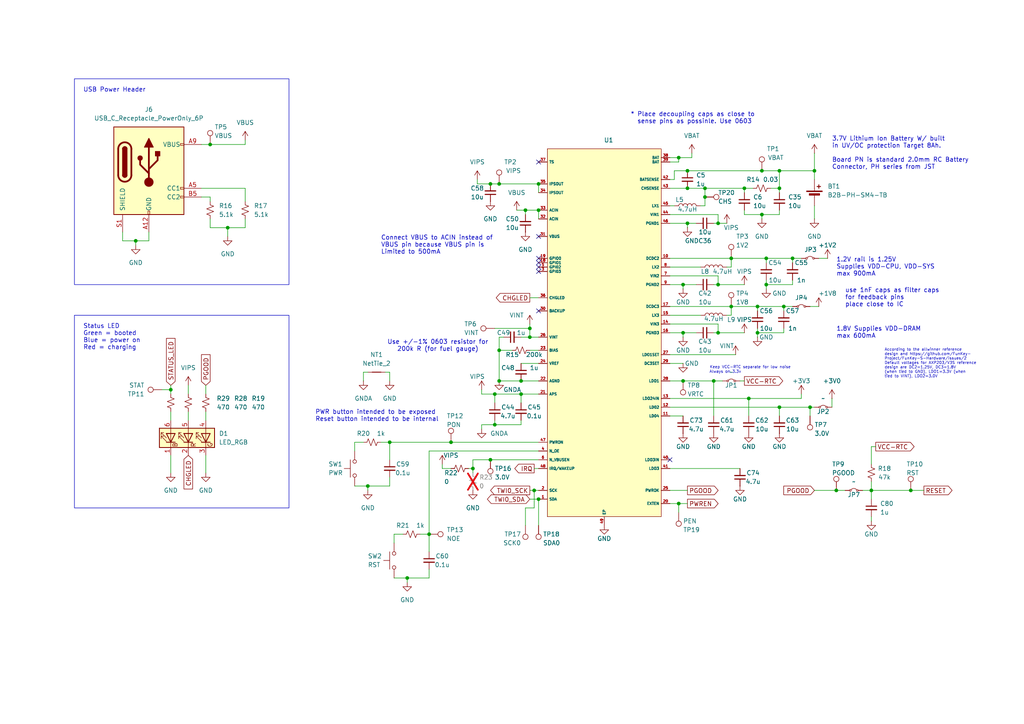
<source format=kicad_sch>
(kicad_sch (version 20250114) (generator "eeschema") (generator_version "9.0")
  (paper "A4")
  (lib_symbols
    (symbol "Connector:TestPoint" (pin_numbers (hide yes)) (pin_names (offset 0.762) (hide yes))
      (property "Reference" "TP" (at 0 6.858 0))
      (property "Value" "TestPoint" (at 0 5.08 0))
      (symbol "TestPoint_1_1"
        (pin passive line (at 0 0 90) (length 2.54) (name "1") (number "1"))
      )
    )
    (symbol "Connector:USB_C_Receptacle_PowerOnly_6P" (pin_names (offset 1.016))
      (property "Reference" "J5" (at 0 17.78 0))
      (property "Value" "USB_C_Receptacle_PowerOnly_6P" (at 0 15.24 0))
      (symbol "USB_C_Receptacle_PowerOnly_6P_1_1"
        (pin passive line (at -7.62 -17.78 90) (length 5.08) (name "SHIELD") (number "S1"))
        (pin passive line (at 0 -17.78 90) (length 5.08) (name "GND") (number "A12"))
        (pin passive line (at 0 -17.78 90) (length 5.08) (hide yes) (name "GND") (number "B12"))
        (pin passive line (at 15.24 7.62 180) (length 5.08) (name "VBUS") (number "A9"))
        (pin passive line (at 15.24 7.62 180) (length 5.08) (hide yes) (name "VBUS") (number "B9"))
        (pin bidirectional line (at 15.24 -5.08 180) (length 5.08) (name "CC1") (number "A5"))
        (pin bidirectional line (at 15.24 -7.62 180) (length 5.08) (name "CC2") (number "B5"))
      )
    )
    (symbol "Device:Battery_Cell" (pin_numbers (hide yes)) (pin_names (offset 0) (hide yes))
      (property "Reference" "BT" (at 2.54 2.54 0))
      (property "Value" "Battery_Cell" (at 2.54 0 0))
      (symbol "Battery_Cell_1_1"
        (pin passive line (at 0 5.08 270) (length 2.54) (name "+") (number "1"))
        (pin passive line (at 0 -2.54 90) (length 2.54) (name "-") (number "2"))
      )
    )
    (symbol "Device:C_Small" (pin_numbers (hide yes)) (pin_names (offset 0.254) (hide yes))
      (property "Reference" "C" (at 0.254 1.778 0))
      (property "Value" "C_Small" (at 0.254 -2.032 0))
      (symbol "C_Small_1_1"
        (pin passive line (at 0 2.54 270) (length 2.032) (name "~") (number "1"))
        (pin passive line (at 0 -2.54 90) (length 2.032) (name "~") (number "2"))
      )
    )
    (symbol "Device:L" (pin_numbers (hide yes)) (pin_names (offset 1.016) (hide yes))
      (property "Reference" "L" (at -1.27 0 90))
      (property "Value" "L" (at 1.905 0 90))
      (symbol "L_1_1"
        (pin passive line (at 0 3.81 270) (length 1.27) (name "1") (number "1"))
        (pin passive line (at 0 -3.81 90) (length 1.27) (name "2") (number "2"))
      )
    )
    (symbol "Device:LED_RGB" (pin_names (offset 0) (hide yes))
      (property "Reference" "D1" (at 1.2701 -8.89 90))
      (property "Value" "LED_RGB" (at -1.2699 -8.89 90))
      (symbol "LED_RGB_0_0"
        (text "B" (at -2.032 3.81 0) (effects (font (size 1.27 1.27))))
        (text "R" (at -2.032 -1.524 0) (effects (font (size 1.27 1.27))))
        (text "G" (at -2.032 -6.35 0) (effects (font (size 1.27 1.27))))
      )
      (symbol "LED_RGB_1_1"
        (pin passive line (at -5.08 5.08 0) (length 2.54) (name "RK") (number "1"))
        (pin passive line (at -5.08 0 0) (length 2.54) (name "GK") (number "2"))
        (pin passive line (at -5.08 -5.08 0) (length 2.54) (name "BK") (number "3"))
        (pin passive line (at 5.08 5.08 180) (length 2.54) (name "RA") (number "6"))
        (pin passive line (at 5.08 0 180) (length 2.54) (name "GA") (number "5"))
        (pin passive line (at 5.08 -5.08 180) (length 2.54) (name "BA") (number "4"))
      )
    )
    (symbol "Device:NetTie_2" (pin_numbers (hide yes)) (pin_names (offset 0) (hide yes)) (in_bom no)
      (property "Reference" "NT" (at 0 1.27 0))
      (property "Value" "NetTie_2" (at 0 -1.27 0))
      (symbol "NetTie_2_1_1"
        (pin passive line (at -2.54 0 0) (length 2.54) (name "1") (number "1"))
        (pin passive line (at 2.54 0 180) (length 2.54) (name "2") (number "2"))
      )
    )
    (symbol "Device:R_Small_US" (pin_numbers (hide yes)) (pin_names (offset 0.254) (hide yes))
      (property "Reference" "R" (at 0.762 0.508 0))
      (property "Value" "R_Small_US" (at 0.762 -1.016 0))
      (symbol "R_Small_US_1_1"
        (pin passive line (at 0 2.54 270) (length 1.016) (name "~") (number "1"))
        (pin passive line (at 0 -2.54 90) (length 1.016) (name "~") (number "2"))
      )
    )
    (symbol "Jumper:Jumper_2_Small_Bridged" (pin_numbers (hide yes)) (pin_names (offset 0) (hide yes)) (exclude_from_sim yes)
      (property "Reference" "JP" (at 0 2.032 0))
      (property "Value" "Jumper_2_Small_Bridged" (at 0 -2.286 0))
      (symbol "Jumper_2_Small_Bridged_1_1"
        (pin passive line (at -2.54 0 0) (length 1.27) (name "A") (number "1"))
        (pin passive line (at 2.54 0 180) (length 1.27) (name "B") (number "2"))
      )
    )
    (symbol "Switch:SW_Push" (pin_numbers (hide yes)) (pin_names (offset 1.016) (hide yes))
      (property "Reference" "SW" (at 1.27 2.54 0))
      (property "Value" "SW_Push" (at 0 -1.524 0))
      (symbol "SW_Push_0_1"
        (pin passive line (at -5.08 0 0) (length 2.54) (name "1") (number "1"))
        (pin passive line (at 5.08 0 180) (length 2.54) (name "2") (number "2"))
      )
    )
    (symbol "custom_chips:AXP203"
      (property "Reference" "U1" (at 0 58.42 0))
      (symbol "AXP203_1_1"
        (pin input line (at -19.05 49.53 0) (length 2.54) (name "TS") (number "37"))
        (pin power_out line (at -19.05 43.18 0) (length 2.54) (name "IPSOUT") (number "35"))
        (pin power_out line (at -19.05 40.64 0) (length 2.54) (name "IPSOUT") (number "34"))
        (pin power_in line (at -19.05 35.56 0) (length 2.54) (name "ACIN") (number "33"))
        (pin power_in line (at -19.05 33.02 0) (length 2.54) (name "ACIN") (number "32"))
        (pin power_in line (at -19.05 27.94 0) (length 2.54) (name "VBUS") (number "31"))
        (pin bidirectional line (at -19.05 21.59 0) (length 2.54) (name "GPIO0") (number "19"))
        (pin bidirectional line (at -19.05 20.32 0) (length 2.54) (name "GPIO1") (number "18"))
        (pin bidirectional line (at -19.05 19.05 0) (length 2.54) (name "GPI02") (number "5"))
        (pin bidirectional line (at -19.05 17.78 0) (length 2.54) (name "GPI03") (number "3"))
        (pin output line (at -19.05 10.16 0) (length 2.54) (name "CHGLED") (number "36"))
        (pin bidirectional line (at -19.05 6.35 0) (length 2.54) (name "BACKUP") (number "30"))
        (pin output line (at -19.05 -1.27 0) (length 2.54) (name "VINT") (number "26"))
        (pin bidirectional line (at -19.05 -5.08 0) (length 2.54) (name "BIAS") (number "23"))
        (pin output line (at -19.05 -8.89 0) (length 2.54) (name "VREF") (number "24"))
        (pin input line (at -19.05 -13.97 0) (length 2.54) (name "AGND") (number "22"))
        (pin power_in line (at -19.05 -17.78 0) (length 2.54) (name "APS") (number "21"))
        (pin input line (at -19.05 -31.75 0) (length 2.54) (name "PWRON") (number "47"))
        (pin input line (at -19.05 -34.29 0) (length 2.54) (name "N_OE") (number "4"))
        (pin input line (at -19.05 -36.83 0) (length 2.54) (name "N_VBUSEN") (number "6"))
        (pin bidirectional line (at -19.05 -39.37 0) (length 2.54) (name "IRQ/WAKEUP") (number "48"))
        (pin input line (at -19.05 -45.72 0) (length 2.54) (name "SCK") (number "2"))
        (pin bidirectional line (at -19.05 -48.26 0) (length 2.54) (name "SDA") (number "1"))
        (pin input line (at 0 -55.88 90) (length 2.54) (name "EP") (number "49"))
        (pin power_out line (at 19.05 50.8 180) (length 2.54) (name "BAT") (number "38"))
        (pin power_out line (at 19.05 49.53 180) (length 2.54) (name "BAT") (number "39"))
        (pin input line (at 19.05 44.45 180) (length 2.54) (name "BATSENSE") (number "42"))
        (pin input line (at 19.05 41.91 180) (length 2.54) (name "CHSENSE") (number "43"))
        (pin bidirectional line (at 19.05 36.83 180) (length 2.54) (name "LX1") (number "45"))
        (pin power_in line (at 19.05 34.29 180) (length 2.54) (name "VIN1") (number "44"))
        (pin power_in line (at 19.05 31.75 180) (length 2.54) (name "PGND1") (number "46"))
        (pin input line (at 19.05 21.59 180) (length 2.54) (name "DCDC2") (number "10"))
        (pin bidirectional line (at 19.05 19.05 180) (length 2.54) (name "LX2") (number "8"))
        (pin power_in line (at 19.05 16.51 180) (length 2.54) (name "VIN2") (number "7"))
        (pin power_in line (at 19.05 13.97 180) (length 2.54) (name "PGND2") (number "9"))
        (pin input line (at 19.05 7.62 180) (length 2.54) (name "DCDC3") (number "17"))
        (pin bidirectional line (at 19.05 5.08 180) (length 2.54) (name "LX3") (number "15"))
        (pin power_in line (at 19.05 2.54 180) (length 2.54) (name "VIN3") (number "14"))
        (pin power_in line (at 19.05 0 180) (length 2.54) (name "PGND3") (number "16"))
        (pin input line (at 19.05 -6.35 180) (length 2.54) (name "LDO1SET") (number "27"))
        (pin input line (at 19.05 -8.89 180) (length 2.54) (name "DC3SET") (number "29"))
        (pin power_out line (at 19.05 -13.97 180) (length 2.54) (name "LDO1") (number "28"))
        (pin power_in line (at 19.05 -19.05 180) (length 2.54) (name "LDO24IN") (number "13"))
        (pin power_out line (at 19.05 -21.59 180) (length 2.54) (name "LD02") (number "12"))
        (pin power_out line (at 19.05 -24.13 180) (length 2.54) (name "LD04") (number "11"))
        (pin power_in line (at 19.05 -36.83 180) (length 2.54) (name "LDO3IN") (number "40"))
        (pin power_out line (at 19.05 -39.37 180) (length 2.54) (name "LDO3") (number "41"))
        (pin open_collector line (at 19.05 -45.72 180) (length 2.54) (name "PWROK") (number "25"))
        (pin output line (at 19.05 -49.53 180) (length 2.54) (name "EXTEN") (number "20"))
      )
    )
    (symbol "custom_chips:VBAT" (power) (pin_numbers (hide yes)) (pin_names (offset 0) (hide yes))
      (property "Value" "VBAT" (at 0 5.08 0))
      (symbol "VBAT_1_1"
        (pin power_in line (at 0 0 90) (length 0) (name "~") (number "1"))
      )
    )
    (symbol "custom_chips:VINT" (power) (pin_numbers (hide yes)) (pin_names (offset 0) (hide yes))
      (property "Value" "VINT" (at 3.81 1.27 0))
      (symbol "VINT_1_1"
        (pin power_in line (at 0 0 90) (length 0) (name "~") (number "1"))
      )
    )
    (symbol "custom_chips:VIPS" (power) (pin_numbers (hide yes)) (pin_names (offset 0) (hide yes))
      (property "Value" "VIPS" (at 0 5.08 0))
      (symbol "VIPS_1_1"
        (pin power_in line (at 0 0 90) (length 0) (name "~") (number "1"))
      )
    )
    (symbol "power:+1V2" (power) (pin_numbers (hide yes)) (pin_names (offset 0) (hide yes))
      (property "Value" "+1V2" (at 0 3.556 0))
      (symbol "+1V2_1_1"
        (pin power_in line (at 0 0 90) (length 0) (name "~") (number "1"))
      )
    )
    (symbol "power:+1V8" (power) (pin_numbers (hide yes)) (pin_names (offset 0) (hide yes))
      (property "Value" "+1V8" (at 0 3.556 0))
      (symbol "+1V8_1_1"
        (pin power_in line (at 0 0 90) (length 0) (name "~") (number "1"))
      )
    )
    (symbol "power:+3V0" (power) (pin_numbers (hide yes)) (pin_names (offset 0) (hide yes))
      (property "Value" "+3V0" (at 0 3.556 0))
      (symbol "+3V0_1_1"
        (pin power_in line (at 0 0 90) (length 0) (name "~") (number "1"))
      )
    )
    (symbol "power:+3V3" (power) (pin_numbers (hide yes)) (pin_names (offset 0) (hide yes))
      (property "Value" "+3V3" (at 0 3.556 0))
      (symbol "+3V3_1_1"
        (pin power_in line (at 0 0 90) (length 0) (name "~") (number "1"))
      )
    )
    (symbol "power:GND" (power) (pin_numbers (hide yes)) (pin_names (offset 0) (hide yes))
      (property "Value" "GND" (at 0 -3.81 0))
      (symbol "GND_1_1"
        (pin power_in line (at 0 0 270) (length 0) (name "~") (number "1"))
      )
    )
    (symbol "power:GNDA" (power) (pin_numbers (hide yes)) (pin_names (offset 0) (hide yes))
      (property "Value" "GNDA" (at 0 -3.81 0))
      (symbol "GNDA_1_1"
        (pin power_in line (at 0 0 270) (length 0) (name "~") (number "1"))
      )
    )
    (symbol "power:VBUS" (power) (pin_numbers (hide yes)) (pin_names (offset 0) (hide yes))
      (property "Value" "VBUS" (at 0 3.556 0))
      (symbol "VBUS_1_1"
        (pin power_in line (at 0 0 90) (length 0) (name "~") (number "1"))
      )
    )
  )
  (rectangle (start 21.59 91.44) (end 83.82 147.32))
  (rectangle (start 21.59 22.86) (end 83.82 82.55))
  (text "1.2V rail is 1.25V\nSupplies VDD-CPU, VDD-SYS\nmax 900mA" (at 242.57 77.47 0) (effects (font (size 1.27 1.27) (thickness 0.1588)) (justify left)))
  (text "PWR button intended to be exposed\nReset button intended to be internal" (at 91.44 120.65 0) (effects (font (size 1.27 1.27) (thickness 0.1588)) (justify left)))
  (text "Connect VBUS to ACIN instead of\nVBUS pin because VBUS pin is\nLimited to 500mA" (at 110.49 71.12 0) (effects (font (size 1.27 1.27) (thickness 0.1588)) (justify left)))
  (text "USB Power Header" (at 24.13 25.4 0) (effects (font (size 1.27 1.27)) (justify left top)))
  (text "use 1nF caps as filter caps\nfor feedback pins\nplace close to IC" (at 245.11 86.36 0) (effects (font (size 1.27 1.27) (thickness 0.1588)) (justify left)))
  (text "According to the allwinner reference\ndesign and https://github.com/FunKey-\nProject/FunKey-S-Hardware/issues/2\nDefault voltages for AXP203/V3S reference\ndesign are DC2=1.25V, DC3=1.8V\n(when tied to GND), LDO1=3.3V (when\ntied to VINT), LDO2=3.0V" (at 256.54 105.41 0) (effects (font (size 0.8 0.8) (thickness 0.1)) (justify left)))
  (text "3.7V Lithium Ion Battery W/ built\nin UV/OC protection Target 8Ah.\n\nBoard PN is standard 2.0mm RC Battery\nConnector, PH series from JST" (at 241.3 44.45 0) (effects (font (size 1.27 1.27) (thickness 0.1588)) (justify left)))
  (text "Always on 3.3v" (at 205.74 107.95 0) (effects (font (size 0.8 0.8) (thickness 0.1)) (justify left)))
  (text "Keep VCC-RTC separate for low noise" (at 205.8395 106.6313 0) (effects (font (size 0.8 0.8) (thickness 0.1)) (justify left)))
  (text "Use +/-1% 0603 resistor for\n200k R (for fuel gauge)" (at 127 100.33 0) (effects (font (size 1.27 1.27) (thickness 0.1588))))
  (text "Status LED\nGreen = booted\nBlue = power on\nRed = charging" (at 24.13 93.98 0) (effects (font (size 1.27 1.27)) (justify left top)))
  (text "* Place decoupling caps as close to\n  sense pins as possinle. Use 0603" (at 182.88 34.29 0) (effects (font (size 1.27 1.27) (thickness 0.1588)) (justify left)))
  (text "1.8V Supplies VDD-DRAM\nmax 600mA" (at 242.57 96.52 0) (effects (font (size 1.27 1.27) (thickness 0.1588)) (justify left)))
  (junction (at 144.78 110.49))
  (junction (at 66.04 66.04))
  (junction (at 208.28 96.52))
  (junction (at 196.85 45.72))
  (junction (at 208.28 82.55))
  (junction (at 199.39 49.53))
  (junction (at 199.39 64.77))
  (junction (at 153.67 95.25))
  (junction (at 198.12 96.52))
  (junction (at 215.9 54.61))
  (junction (at 220.98 49.53))
  (junction (at 204.47 54.61))
  (junction (at 220.98 62.23))
  (junction (at 156.21 144.78))
  (junction (at 229.87 74.93))
  (junction (at 151.13 110.49))
  (junction (at 204.47 57.15))
  (junction (at 143.51 114.3))
  (junction (at 227.33 88.9))
  (junction (at 113.03 128.27))
  (junction (at 49.53 113.03))
  (junction (at 130.81 128.27))
  (junction (at 236.22 49.53))
  (junction (at 196.85 146.05))
  (junction (at 226.06 118.11))
  (junction (at 219.71 88.9))
  (junction (at 144.78 101.6))
  (junction (at 154.94 142.24))
  (junction (at 222.25 74.93))
  (junction (at 264.16 142.24))
  (junction (at 207.01 110.49))
  (junction (at 137.16 135.89))
  (junction (at 212.09 88.9))
  (junction (at 39.37 69.85))
  (junction (at 226.06 54.61))
  (junction (at 144.78 53.34))
  (junction (at 143.51 123.19))
  (junction (at 60.96 41.91))
  (junction (at 152.4 60.96))
  (junction (at 234.95 118.11))
  (junction (at 153.67 97.79))
  (junction (at 199.39 54.61))
  (junction (at 242.57 142.24))
  (junction (at 106.68 140.97))
  (junction (at 156.21 60.96))
  (junction (at 212.09 74.93))
  (junction (at 151.13 114.3))
  (junction (at 208.28 64.77))
  (junction (at 142.24 133.35))
  (junction (at 118.11 167.64))
  (junction (at 124.46 154.94))
  (junction (at 226.06 49.53))
  (junction (at 142.24 53.34))
  (junction (at 217.17 115.57))
  (junction (at 252.73 142.24))
  (junction (at 156.21 53.34))
  (junction (at 198.12 82.55))
  (junction (at 219.71 96.52))
  (junction (at 222.25 82.55))
  (junction (at 198.12 110.49))
  (no_connect (at 156.21 68.58))
  (no_connect (at 156.21 90.17))
  (no_connect (at 156.21 46.99))
  (no_connect (at 156.21 76.2))
  (no_connect (at 156.21 77.47))
  (no_connect (at 194.31 133.35))
  (no_connect (at 156.21 78.74))
  (no_connect (at 156.21 74.93))
  (wire (pts (xy 220.98 62.23) (xy 226.06 62.23)))
  (wire (pts (xy 237.49 88.9) (xy 234.95 88.9)))
  (wire (pts (xy 49.53 132.08) (xy 49.53 137.16)))
  (wire (pts (xy 199.39 54.61) (xy 204.47 54.61)))
  (wire (pts (xy 195.58 49.53) (xy 199.39 49.53)))
  (wire (pts (xy 222.25 74.93) (xy 212.09 74.93)))
  (wire (pts (xy 195.58 49.53) (xy 195.58 52.07)))
  (wire (pts (xy 151.13 110.49) (xy 156.21 110.49)))
  (wire (pts (xy 194.31 74.93) (xy 212.09 74.93)))
  (wire (pts (xy 212.09 74.93) (xy 212.09 77.47)))
  (wire (pts (xy 138.43 52.07) (xy 138.43 53.34)))
  (wire (pts (xy 71.12 63.5) (xy 71.12 66.04)))
  (wire (pts (xy 204.47 57.15) (xy 204.47 54.61)))
  (wire (pts (xy 229.87 74.93) (xy 229.87 76.2)))
  (wire (pts (xy 139.7 124.46) (xy 139.7 123.19)))
  (wire (pts (xy 215.9 54.61) (xy 218.44 54.61)))
  (wire (pts (xy 208.28 96.52) (xy 207.01 96.52)))
  (wire (pts (xy 213.36 102.87) (xy 194.31 102.87)))
  (wire (pts (xy 105.41 110.49) (xy 105.41 107.95)))
  (wire (pts (xy 153.67 86.36) (xy 156.21 86.36)))
  (wire (pts (xy 49.53 119.38) (xy 49.53 121.92)))
  (wire (pts (xy 152.4 147.32) (xy 154.94 147.32)))
  (wire (pts (xy 102.87 128.27) (xy 105.41 128.27)))
  (wire (pts (xy 154.94 147.32) (xy 154.94 142.24)))
  (wire (pts (xy 199.39 64.77) (xy 201.93 64.77)))
  (wire (pts (xy 60.96 57.15) (xy 58.42 57.15)))
  (wire (pts (xy 146.05 97.79) (xy 144.78 97.79)))
  (wire (pts (xy 252.73 142.24) (xy 252.73 139.7)))
  (wire (pts (xy 226.06 54.61) (xy 223.52 54.61)))
  (wire (pts (xy 137.16 137.16) (xy 137.16 135.89)))
  (wire (pts (xy 198.12 82.55) (xy 201.93 82.55)))
  (wire (pts (xy 194.31 64.77) (xy 199.39 64.77)))
  (wire (pts (xy 194.31 45.72) (xy 196.85 45.72)))
  (wire (pts (xy 121.92 154.94) (xy 124.46 154.94)))
  (wire (pts (xy 151.13 114.3) (xy 151.13 116.84)))
  (wire (pts (xy 203.2 59.69) (xy 204.47 59.69)))
  (wire (pts (xy 200.66 45.72) (xy 196.85 45.72)))
  (wire (pts (xy 208.28 96.52) (xy 215.9 96.52)))
  (wire (pts (xy 59.69 111.76) (xy 59.69 114.3)))
  (wire (pts (xy 66.04 66.04) (xy 60.96 66.04)))
  (wire (pts (xy 113.03 128.27) (xy 113.03 133.35)))
  (wire (pts (xy 118.11 168.91) (xy 118.11 167.64)))
  (wire (pts (xy 154.94 135.89) (xy 156.21 135.89)))
  (wire (pts (xy 46.99 113.03) (xy 49.53 113.03)))
  (wire (pts (xy 219.71 96.52) (xy 227.33 96.52)))
  (wire (pts (xy 208.28 64.77) (xy 210.82 64.77)))
  (wire (pts (xy 124.46 130.81) (xy 124.46 154.94)))
  (wire (pts (xy 198.12 83.82) (xy 198.12 82.55)))
  (wire (pts (xy 240.03 74.93) (xy 237.49 74.93)))
  (wire (pts (xy 60.96 41.91) (xy 71.12 41.91)))
  (wire (pts (xy 227.33 88.9) (xy 219.71 88.9)))
  (wire (pts (xy 152.4 62.23) (xy 152.4 60.96)))
  (wire (pts (xy 203.2 77.47) (xy 194.31 77.47)))
  (wire (pts (xy 219.71 96.52) (xy 219.71 97.79)))
  (wire (pts (xy 137.16 133.35) (xy 142.24 133.35)))
  (wire (pts (xy 194.31 82.55) (xy 198.12 82.55)))
  (wire (pts (xy 229.87 88.9) (xy 227.33 88.9)))
  (wire (pts (xy 151.13 105.41) (xy 156.21 105.41)))
  (wire (pts (xy 106.68 142.24) (xy 106.68 140.97)))
  (wire (pts (xy 199.39 49.53) (xy 220.98 49.53)))
  (wire (pts (xy 199.39 64.77) (xy 199.39 66.04)))
  (wire (pts (xy 208.28 64.77) (xy 207.01 64.77)))
  (wire (pts (xy 39.37 69.85) (xy 43.18 69.85)))
  (wire (pts (xy 236.22 63.5) (xy 236.22 59.69)))
  (wire (pts (xy 227.33 95.25) (xy 227.33 96.52)))
  (wire (pts (xy 252.73 144.78) (xy 252.73 142.24)))
  (wire (pts (xy 194.31 88.9) (xy 212.09 88.9)))
  (wire (pts (xy 43.18 69.85) (xy 43.18 67.31)))
  (wire (pts (xy 204.47 59.69) (xy 204.47 57.15)))
  (wire (pts (xy 198.12 97.79) (xy 198.12 96.52)))
  (wire (pts (xy 194.31 110.49) (xy 198.12 110.49)))
  (wire (pts (xy 156.21 144.78) (xy 156.21 152.4)))
  (wire (pts (xy 135.89 135.89) (xy 137.16 135.89)))
  (wire (pts (xy 234.95 118.11) (xy 236.22 118.11)))
  (wire (pts (xy 54.61 111.76) (xy 54.61 114.3)))
  (wire (pts (xy 234.95 120.65) (xy 234.95 118.11)))
  (wire (pts (xy 156.21 60.96) (xy 156.21 63.5)))
  (wire (pts (xy 196.85 46.99) (xy 196.85 45.72)))
  (wire (pts (xy 113.03 138.43) (xy 113.03 140.97)))
  (wire (pts (xy 217.17 115.57) (xy 232.41 115.57)))
  (wire (pts (xy 148.59 101.6) (xy 144.78 101.6)))
  (wire (pts (xy 137.16 135.89) (xy 137.16 133.35)))
  (wire (pts (xy 250.19 142.24) (xy 252.73 142.24)))
  (wire (pts (xy 66.04 66.04) (xy 66.04 68.58)))
  (wire (pts (xy 208.28 62.23) (xy 194.31 62.23)))
  (wire (pts (xy 229.87 74.93) (xy 222.25 74.93)))
  (wire (pts (xy 208.28 62.23) (xy 208.28 64.77)))
  (wire (pts (xy 208.28 93.98) (xy 208.28 96.52)))
  (wire (pts (xy 143.51 123.19) (xy 151.13 123.19)))
  (wire (pts (xy 194.31 118.11) (xy 226.06 118.11)))
  (wire (pts (xy 194.31 91.44) (xy 203.2 91.44)))
  (wire (pts (xy 124.46 167.64) (xy 118.11 167.64)))
  (wire (pts (xy 236.22 44.45) (xy 236.22 49.53)))
  (wire (pts (xy 227.33 88.9) (xy 227.33 90.17)))
  (wire (pts (xy 264.16 142.24) (xy 267.97 142.24)))
  (wire (pts (xy 143.51 95.25) (xy 153.67 95.25)))
  (wire (pts (xy 124.46 154.94) (xy 124.46 160.02)))
  (wire (pts (xy 220.98 63.5) (xy 220.98 62.23)))
  (wire (pts (xy 124.46 130.81) (xy 156.21 130.81)))
  (wire (pts (xy 153.67 95.25) (xy 153.67 97.79)))
  (wire (pts (xy 220.98 49.53) (xy 226.06 49.53)))
  (wire (pts (xy 118.11 167.64) (xy 114.3 167.64)))
  (wire (pts (xy 114.3 154.94) (xy 116.84 154.94)))
  (wire (pts (xy 236.22 49.53) (xy 236.22 52.07)))
  (wire (pts (xy 151.13 121.92) (xy 151.13 123.19)))
  (wire (pts (xy 194.31 46.99) (xy 196.85 46.99)))
  (wire (pts (xy 207.01 110.49) (xy 209.55 110.49)))
  (wire (pts (xy 226.06 49.53) (xy 226.06 54.61)))
  (wire (pts (xy 39.37 71.12) (xy 39.37 69.85)))
  (wire (pts (xy 59.69 119.38) (xy 59.69 121.92)))
  (wire (pts (xy 139.7 123.19) (xy 143.51 123.19)))
  (wire (pts (xy 124.46 165.1) (xy 124.46 167.64)))
  (wire (pts (xy 214.63 110.49) (xy 215.9 110.49)))
  (wire (pts (xy 113.03 107.95) (xy 113.03 110.49)))
  (wire (pts (xy 252.73 151.13) (xy 252.73 149.86)))
  (wire (pts (xy 114.3 157.48) (xy 114.3 154.94)))
  (wire (pts (xy 200.66 45.72) (xy 200.66 44.45)))
  (wire (pts (xy 139.7 114.3) (xy 143.51 114.3)))
  (wire (pts (xy 102.87 130.81) (xy 102.87 128.27)))
  (wire (pts (xy 49.53 111.76) (xy 49.53 113.03)))
  (wire (pts (xy 222.25 82.55) (xy 229.87 82.55)))
  (wire (pts (xy 196.85 146.05) (xy 199.39 146.05)))
  (wire (pts (xy 153.67 144.78) (xy 156.21 144.78)))
  (wire (pts (xy 194.31 120.65) (xy 198.12 120.65)))
  (wire (pts (xy 196.85 148.59) (xy 196.85 146.05)))
  (wire (pts (xy 226.06 49.53) (xy 236.22 49.53)))
  (wire (pts (xy 212.09 77.47) (xy 210.82 77.47)))
  (wire (pts (xy 143.51 114.3) (xy 143.51 116.84)))
  (wire (pts (xy 242.57 142.24) (xy 245.11 142.24)))
  (wire (pts (xy 254 129.54) (xy 252.73 129.54)))
  (wire (pts (xy 144.78 110.49) (xy 151.13 110.49)))
  (wire (pts (xy 236.22 142.24) (xy 242.57 142.24)))
  (wire (pts (xy 208.28 82.55) (xy 215.9 82.55)))
  (wire (pts (xy 212.09 91.44) (xy 210.82 91.44)))
  (wire (pts (xy 144.78 97.79) (xy 144.78 101.6)))
  (wire (pts (xy 156.21 53.34) (xy 156.21 55.88)))
  (wire (pts (xy 208.28 82.55) (xy 207.01 82.55)))
  (wire (pts (xy 252.73 142.24) (xy 264.16 142.24)))
  (wire (pts (xy 128.27 135.89) (xy 130.81 135.89)))
  (wire (pts (xy 49.53 113.03) (xy 49.53 114.3)))
  (wire (pts (xy 219.71 95.25) (xy 219.71 96.52)))
  (wire (pts (xy 219.71 88.9) (xy 219.71 90.17)))
  (wire (pts (xy 199.39 142.24) (xy 194.31 142.24)))
  (wire (pts (xy 35.56 69.85) (xy 35.56 67.31)))
  (wire (pts (xy 144.78 101.6) (xy 144.78 110.49)))
  (wire (pts (xy 66.04 66.04) (xy 71.12 66.04)))
  (wire (pts (xy 194.31 135.89) (xy 214.63 135.89)))
  (wire (pts (xy 113.03 128.27) (xy 130.81 128.27)))
  (wire (pts (xy 153.67 142.24) (xy 154.94 142.24)))
  (wire (pts (xy 226.06 62.23) (xy 226.06 60.96)))
  (wire (pts (xy 143.51 114.3) (xy 151.13 114.3)))
  (wire (pts (xy 194.31 96.52) (xy 198.12 96.52)))
  (wire (pts (xy 151.13 114.3) (xy 156.21 114.3)))
  (wire (pts (xy 217.17 115.57) (xy 217.17 120.65)))
  (wire (pts (xy 222.25 83.82) (xy 222.25 82.55)))
  (wire (pts (xy 110.49 128.27) (xy 113.03 128.27)))
  (wire (pts (xy 232.41 74.93) (xy 229.87 74.93)))
  (wire (pts (xy 151.13 97.79) (xy 153.67 97.79)))
  (wire (pts (xy 139.7 114.3) (xy 139.7 113.03)))
  (wire (pts (xy 143.51 121.92) (xy 143.51 123.19)))
  (wire (pts (xy 153.67 97.79) (xy 156.21 97.79)))
  (wire (pts (xy 212.09 88.9) (xy 212.09 91.44)))
  (wire (pts (xy 207.01 110.49) (xy 207.01 120.65)))
  (wire (pts (xy 154.94 142.24) (xy 156.21 142.24)))
  (wire (pts (xy 222.25 81.28) (xy 222.25 82.55)))
  (wire (pts (xy 153.67 101.6) (xy 156.21 101.6)))
  (wire (pts (xy 130.81 128.27) (xy 156.21 128.27)))
  (wire (pts (xy 198.12 96.52) (xy 201.93 96.52)))
  (wire (pts (xy 105.41 107.95) (xy 106.68 107.95)))
  (wire (pts (xy 194.31 80.01) (xy 208.28 80.01)))
  (wire (pts (xy 215.9 62.23) (xy 220.98 62.23)))
  (wire (pts (xy 195.58 52.07) (xy 194.31 52.07)))
  (wire (pts (xy 138.43 53.34) (xy 142.24 53.34)))
  (wire (pts (xy 58.42 54.61) (xy 71.12 54.61)))
  (wire (pts (xy 196.85 146.05) (xy 194.31 146.05)))
  (wire (pts (xy 60.96 58.42) (xy 60.96 57.15)))
  (wire (pts (xy 208.28 80.01) (xy 208.28 82.55)))
  (wire (pts (xy 152.4 152.4) (xy 152.4 147.32)))
  (wire (pts (xy 204.47 54.61) (xy 215.9 54.61)))
  (wire (pts (xy 54.61 119.38) (xy 54.61 121.92)))
  (wire (pts (xy 226.06 118.11) (xy 234.95 118.11)))
  (wire (pts (xy 219.71 88.9) (xy 212.09 88.9)))
  (wire (pts (xy 232.41 114.3) (xy 232.41 115.57)))
  (wire (pts (xy 194.31 54.61) (xy 199.39 54.61)))
  (wire (pts (xy 59.69 132.08) (xy 59.69 137.16)))
  (wire (pts (xy 252.73 129.54) (xy 252.73 134.62)))
  (wire (pts (xy 241.3 115.57) (xy 241.3 118.11)))
  (wire (pts (xy 198.12 110.49) (xy 207.01 110.49)))
  (wire (pts (xy 106.68 140.97) (xy 102.87 140.97)))
  (wire (pts (xy 229.87 82.55) (xy 229.87 81.28)))
  (wire (pts (xy 60.96 66.04) (xy 60.96 63.5)))
  (wire (pts (xy 152.4 60.96) (xy 156.21 60.96)))
  (wire (pts (xy 222.25 74.93) (xy 222.25 76.2)))
  (wire (pts (xy 194.31 115.57) (xy 217.17 115.57)))
  (wire (pts (xy 194.31 93.98) (xy 208.28 93.98)))
  (wire (pts (xy 194.31 59.69) (xy 195.58 59.69)))
  (wire (pts (xy 142.24 53.34) (xy 144.78 53.34)))
  (wire (pts (xy 215.9 55.88) (xy 215.9 54.61)))
  (wire (pts (xy 142.24 133.35) (xy 156.21 133.35)))
  (wire (pts (xy 153.67 93.98) (xy 153.67 95.25)))
  (wire (pts (xy 149.86 60.96) (xy 152.4 60.96)))
  (wire (pts (xy 35.56 69.85) (xy 39.37 69.85)))
  (wire (pts (xy 111.76 107.95) (xy 113.03 107.95)))
  (wire (pts (xy 128.27 134.62) (xy 128.27 135.89)))
  (wire (pts (xy 144.78 53.34) (xy 156.21 53.34)))
  (wire (pts (xy 215.9 62.23) (xy 215.9 60.96)))
  (wire (pts (xy 226.06 55.88) (xy 226.06 54.61)))
  (wire (pts (xy 113.03 140.97) (xy 106.68 140.97)))
  (wire (pts (xy 194.31 105.41) (xy 198.12 105.41)))
  (wire (pts (xy 58.42 41.91) (xy 60.96 41.91)))
  (wire (pts (xy 226.06 118.11) (xy 226.06 120.65)))
  (wire (pts (xy 71.12 54.61) (xy 71.12 58.42)))
  (wire (pts (xy 71.12 41.91) (xy 71.12 40.64)))
  (global_label "TWI0_SCK" (shape output) (at 153.67 142.24 180) (effects (font (thickness 0.1588))) (property "Intersheetrefs" "${INTERSHEET_REFS}" (effects (hide yes))))
  (global_label "RESET" (shape output) (at 267.97 142.24 0) (effects (font (thickness 0.1588))) (property "Intersheetrefs" "${INTERSHEET_REFS}" (effects (hide yes))))
  (global_label "PGOOD" (shape input) (at 236.22 142.24 180) (effects (font (thickness 0.1588))) (property "Intersheetrefs" "${INTERSHEET_REFS}" (effects (hide yes))))
  (global_label "CHGLED" (shape input) (at 54.61 132.08 270) (effects (font (thickness 0.1588))) (property "Intersheetrefs" "${INTERSHEET_REFS}" (effects (hide yes))))
  (global_label "PGOOD" (shape output) (at 199.39 142.24 0) (effects (font (thickness 0.1588))) (property "Intersheetrefs" "${INTERSHEET_REFS}" (effects (hide yes))))
  (global_label "PGOOD" (shape input) (at 59.69 111.76 90) (effects (font (thickness 0.1588))) (property "Intersheetrefs" "${INTERSHEET_REFS}" (effects (hide yes))))
  (global_label "CHGLED" (shape output) (at 153.67 86.36 180) (effects (font (thickness 0.1588))) (property "Intersheetrefs" "${INTERSHEET_REFS}" (effects (hide yes))))
  (global_label "PWREN" (shape output) (at 199.39 146.05 0) (effects (font (thickness 0.1588))) (property "Intersheetrefs" "${INTERSHEET_REFS}" (effects (hide yes))))
  (global_label "TWI0_SDA" (shape bidirectional) (at 153.67 144.78 180) (property "Intersheetrefs" "${INTERSHEET_REFS}" (effects (hide yes))))
  (global_label "VCC-RTC" (shape output) (at 254 129.54 0) (effects (font (thickness 0.1588))) (property "Intersheetrefs" "${INTERSHEET_REFS}" (effects (hide yes))))
  (global_label "VCC-RTC" (shape output) (at 215.9 110.49 0) (effects (font (thickness 0.1588))) (property "Intersheetrefs" "${INTERSHEET_REFS}" (effects (hide yes))))
  (global_label "IRQ" (shape output) (at 154.94 135.89 180) (effects (font (thickness 0.1588))) (property "Intersheetrefs" "${INTERSHEET_REFS}" (effects (hide yes))))
  (global_label "STATUS_LED" (shape input) (at 49.53 111.76 90) (effects (font (thickness 0.1588))) (property "Intersheetrefs" "${INTERSHEET_REFS}" (effects (hide yes))))
  (symbol (lib_id "Connector:TestPoint") (at 212.09 88.9 0) (unit 1)
    (property "Reference" "TP4" (at 217.17 85.09 0) (effects (justify right)))
    (property "Value" "1V8" (at 217.17 87.63 0) (effects (justify right)))
    (property "Footprint" "TestPoint:TestPoint_Pad_D1.5mm" (effects (hide yes)))
    (property "Description" "test point" (effects (hide yes)))
  )
  (symbol (lib_id "Connector:USB_C_Receptacle_PowerOnly_6P") (at 43.18 49.53 0) (unit 1)
    (property "Reference" "J6" (at 43.18 31.75 0))
    (property "Value" "USB_C_Receptacle_PowerOnly_6P" (at 43.18 34.29 0))
    (property "Footprint" "Connector_USB:USB_C_Receptacle_GCT_USB4125-xx-x_6P_TopMnt_Horizontal" (effects (hide yes)))
    (property "Datasheet" "https://gct.co/files/specs/usb4125-spec.pdf" (effects (hide yes)))
    (property "Description" "USB-C (USB TYPE-C) Receptacle Connector 24 (6+18 Dummy) Position Surface Mount, Right Angle; Through Hole" (effects (hide yes)))
    (property "DPN" "USB4125-GF-A" (effects (hide yes)))
    (property "Distributor" "DigiKey" (effects (hide yes)))
  )
  (symbol (lib_id "Device:L") (at 207.01 91.44 90) (unit 1)
    (property "Reference" "L9" (at 212.09 92.71 90))
    (property "Value" "4.7uH" (at 207.01 92.456 90))
    (property "Footprint" "Inductor_SMD:L_TDK_SLF6045" (effects (hide yes)))
    (property "Datasheet" "https://mm.digikey.com/Volume0/opasdata/d220001/medias/docus/2180/SLF6045_Type.pdf" (effects (hide yes)))
    (property "Description" "Inductor" (effects (hide yes)))
    (property "DPN" "SLF6045T-4R7N2R4-3PF" (effects (hide yes)))
    (property "Distributor" "DigiKey" (effects (hide yes)))
  )
  (symbol (lib_id "Connector:TestPoint") (at 196.85 148.59 180) (unit 1)
    (property "Reference" "TP19" (at 198.12 153.67 0) (effects (justify right)))
    (property "Value" "PEN" (at 198.12 151.13 0) (effects (justify right)))
    (property "Footprint" "TestPoint:TestPoint_Pad_D1.5mm" (effects (hide yes)))
    (property "Description" "test point" (effects (hide yes)))
  )
  (symbol (lib_id "Jumper:Jumper_2_Small_Bridged") (at 238.76 118.11 0) (unit 1)
    (property "Reference" "JP2" (at 238.76 119.38 0))
    (property "Value" "~" (at 238.76 115.57 0))
    (property "Footprint" "Jumper:SolderJumper-2_P1.3mm_Open_Pad1.0x1.5mm" (effects (hide yes)))
    (property "Description" "Jumper, 2-pole, small symbol, bridged" (effects (hide yes)))
  )
  (symbol (lib_id "power:GND") (at 220.98 63.5 0) (unit 1)
    (property "Reference" "#PWR064" (effects (hide yes)))
    (property "Value" "GND" (at 220.98 68.58 0))
    (property "Description" "Power symbol creates a global label with name \"GND\" , ground" (effects (hide yes)))
  )
  (symbol (lib_id "Device:C_Small") (at 222.25 78.74 180) (unit 1)
    (property "Reference" "C54" (at 224.79 76.2 0))
    (property "Value" "10u" (at 224.79 81.28 0))
    (property "Footprint" "Capacitor_SMD:C_0805_2012Metric_Pad1.18x1.45mm_HandSolder" (effects (hide yes)))
    (property "Datasheet" "https://search.murata.co.jp/Ceramy/image/img/A01X/G101/ENG/GRM21BZ71E106KE15-01.pdf" (effects (hide yes)))
    (property "Description" "Unpolarized capacitor, small symbol" (effects (hide yes)))
    (property "DPN" "GRM21BZ71E106KE15L" (effects (hide yes)))
    (property "Distributor" "DigiKey" (effects (hide yes)))
  )
  (symbol (lib_id "Connector:TestPoint") (at 142.24 133.35 180) (unit 1)
    (property "Reference" "TP16" (at 143.51 135.89 0) (effects (justify right)))
    (property "Value" "3.0V" (at 143.51 138.43 0) (effects (justify right)))
    (property "Footprint" "TestPoint:TestPoint_Pad_D1.5mm" (effects (hide yes)))
    (property "Description" "test point" (effects (hide yes)))
  )
  (symbol (lib_id "Device:C_Small") (at 143.51 119.38 0) (unit 1)
    (property "Reference" "C44" (at 147.32 118.11 0))
    (property "Value" "4.7u" (at 147.32 120.65 0))
    (property "Footprint" "Capacitor_SMD:C_0805_2012Metric_Pad1.18x1.45mm_HandSolder" (effects (hide yes)))
    (property "Datasheet" "https://search.murata.co.jp/Ceramy/image/img/A01X/G101/ENG/GRM21BZ71H475ME15-01.pdf" (effects (hide yes)))
    (property "Description" "Unpolarized capacitor, small symbol" (effects (hide yes)))
    (property "DPN" "GRM21BZ71H475ME15K" (effects (hide yes)))
    (property "Distributor" "DigiKey" (effects (hide yes)))
  )
  (symbol (lib_id "Device:C_Small") (at 227.33 92.71 180) (unit 1)
    (property "Reference" "C57" (at 229.87 90.17 0))
    (property "Value" "1n" (at 229.87 95.25 0))
    (property "Footprint" "Capacitor_SMD:C_0603_1608Metric_Pad1.08x0.95mm_HandSolder" (effects (hide yes)))
    (property "Datasheet" "https://search.murata.co.jp/Ceramy/image/img/A01X/G101/ENG/GRM1885C1H102JA01-01.pdf" (effects (hide yes)))
    (property "Description" "Unpolarized capacitor, small symbol" (effects (hide yes)))
    (property "DPN" "GRM1885C1H102JA01D" (effects (hide yes)))
    (property "Distributor" "DigiKey" (effects (hide yes)))
  )
  (symbol (lib_id "custom_chips:VIPS") (at 128.27 134.62 0) (unit 1)
    (property "Reference" "#PWR045" (effects (hide yes)))
    (property "Value" "VIPS" (at 130.81 132.08 0))
    (property "Description" "Power symbol creates a global label with name \"VISP\"" (effects (hide yes)))
  )
  (symbol (lib_id "Device:C_Small") (at 199.39 52.07 0) (unit 1)
    (property "Reference" "C5" (at 201.93 50.8062 0) (effects (justify left)))
    (property "Value" "1u" (at 201.93 53.3462 0) (effects (justify left)))
    (property "Footprint" "Capacitor_SMD:C_0603_1608Metric_Pad1.08x0.95mm_HandSolder" (effects (hide yes)))
    (property "Datasheet" "https://search.murata.co.jp/Ceramy/image/img/A01X/G101/ENG/GCM188R71E105KA64-04A.pdf" (effects (hide yes)))
    (property "Description" "Unpolarized capacitor, small symbol" (effects (hide yes)))
    (property "DPN" "GCM188R71E105KA64D" (effects (hide yes)))
    (property "Distributor" "DigiKey" (effects (hide yes)))
  )
  (symbol (lib_id "power:GND") (at 198.12 105.41 0) (unit 1)
    (property "Reference" "#PWR087" (effects (hide yes)))
    (property "Value" "GND" (at 200.66 105.41 0))
    (property "Description" "Power symbol creates a global label with name \"GND\" , ground" (effects (hide yes)))
  )
  (symbol (lib_id "Device:C_Small") (at 207.01 123.19 180) (unit 1)
    (property "Reference" "C61" (at 210.82 121.92 0))
    (property "Value" "4.7u" (at 210.82 124.46 0))
    (property "Footprint" "Capacitor_SMD:C_0805_2012Metric_Pad1.18x1.45mm_HandSolder" (effects (hide yes)))
    (property "Datasheet" "https://search.murata.co.jp/Ceramy/image/img/A01X/G101/ENG/GRM21BZ71H475ME15-01.pdf" (effects (hide yes)))
    (property "Description" "Unpolarized capacitor, small symbol" (effects (hide yes)))
    (property "DPN" "GRM21BZ71H475ME15K" (effects (hide yes)))
    (property "Distributor" "DigiKey" (effects (hide yes)))
  )
  (symbol (lib_id "Switch:SW_Push") (at 114.3 162.56 90) (unit 1)
    (property "Reference" "SW2" (at 106.68 161.29 90) (effects (justify right)))
    (property "Value" "RST" (at 106.68 163.83 90) (effects (justify right)))
    (property "Footprint" "Button_Switch_SMD:SW_SPST_PTS647_Sx38" (effects (hide yes)))
    (property "Datasheet" "https://www.ckswitches.com/media/2567/pts647.pdf" (effects (hide yes)))
    (property "Description" "Push button switch, generic, two pins" (effects (hide yes)))
    (property "DPN" "Y97KT23B5NAFP" (effects (hide yes)))
    (property "Distributor" "DigiKey" (effects (hide yes)))
  )
  (symbol (lib_id "power:GND") (at 217.17 125.73 0) (unit 1)
    (property "Reference" "#PWR085" (effects (hide yes)))
    (property "Value" "GND" (at 217.17 129.54 0))
    (property "Description" "Power symbol creates a global label with name \"GND\" , ground" (effects (hide yes)))
  )
  (symbol (lib_id "custom_chips:VIPS") (at 215.9 82.55 0) (mirror y) (unit 1)
    (property "Reference" "#PWR070" (effects (hide yes)))
    (property "Value" "VIPS" (at 215.9 78.74 0))
    (property "Description" "Power symbol creates a global label with name \"VISP\"" (effects (hide yes)))
  )
  (symbol (lib_id "Jumper:Jumper_2_Small_Bridged") (at 232.41 88.9 0) (unit 1)
    (property "Reference" "JP4" (at 232.41 86.36 0))
    (property "Value" "~" (at 232.41 86.36 0))
    (property "Footprint" "Jumper:SolderJumper-2_P1.3mm_Open_Pad1.0x1.5mm" (effects (hide yes)))
    (property "Description" "Jumper, 2-pole, small symbol, bridged" (effects (hide yes)))
  )
  (symbol (lib_id "power:GND") (at 113.03 110.49 0) (unit 1)
    (property "Reference" "#PWR0102" (effects (hide yes)))
    (property "Value" "GND" (at 113.03 115.57 0))
    (property "Description" "Power symbol creates a global label with name \"GND\" , ground" (effects (hide yes)))
  )
  (symbol (lib_id "Device:C_Small") (at 204.47 64.77 270) (unit 1)
    (property "Reference" "C36" (at 204.47 69.85 90))
    (property "Value" "10u" (at 204.47 67.31 90))
    (property "Footprint" "Capacitor_SMD:C_0805_2012Metric_Pad1.18x1.45mm_HandSolder" (effects (hide yes)))
    (property "Datasheet" "https://search.murata.co.jp/Ceramy/image/img/A01X/G101/ENG/GRM21BZ71E106KE15-01.pdf" (effects (hide yes)))
    (property "Description" "Unpolarized capacitor, small symbol" (effects (hide yes)))
    (property "DPN" "GRM21BZ71E106KE15L" (effects (hide yes)))
    (property "Distributor" "DigiKey" (effects (hide yes)))
  )
  (symbol (lib_id "Connector:TestPoint") (at 234.95 120.65 180) (unit 1)
    (property "Reference" "TP7" (at 236.22 123.19 0) (effects (justify right)))
    (property "Value" "3.0V" (at 236.22 125.73 0) (effects (justify right)))
    (property "Footprint" "TestPoint:TestPoint_Pad_D1.5mm" (effects (hide yes)))
    (property "Description" "test point" (effects (hide yes)))
  )
  (symbol (lib_id "Connector:TestPoint") (at 144.78 53.34 0) (unit 1)
    (property "Reference" "TP2" (at 149.86 46.99 0) (effects (justify right)))
    (property "Value" "VIPS" (at 151.13 49.53 0) (effects (justify right)))
    (property "Footprint" "TestPoint:TestPoint_Pad_D1.5mm" (effects (hide yes)))
    (property "Description" "test point" (effects (hide yes)))
  )
  (symbol (lib_id "power:GNDA") (at 105.41 110.49 0) (unit 1)
    (property "Reference" "#PWR0101" (effects (hide yes)))
    (property "Value" "GNDA" (at 105.41 115.57 0))
    (property "Description" "Power symbol creates a global label with name \"GNDA\" , analog ground" (effects (hide yes)))
  )
  (symbol (lib_id "Device:R_Small_US") (at 59.69 116.84 0) (unit 1)
    (property "Reference" "R19" (at 74.93 115.57 0))
    (property "Value" "470" (at 74.93 118.11 0))
    (property "Footprint" "Resistor_SMD:R_0603_1608Metric_Pad0.98x0.95mm_HandSolder" (effects (hide yes)))
    (property "Datasheet" "https://www.yageogroup.com/content/datasheet/asset/file/PYU-RC_GROUP_51_ROHS_L" (effects (hide yes)))
    (property "Description" "Resistor, small US symbol" (effects (hide yes)))
    (property "DPN" "RC0603FR-10470RL" (effects (hide yes)))
    (property "Distributor" "DigiKey" (effects (hide yes)))
  )
  (symbol (lib_id "custom_chips:VBAT") (at 236.22 44.45 0) (unit 1)
    (property "Reference" "#PWR029" (effects (hide yes)))
    (property "Value" "VBAT" (at 236.22 39.37 0))
    (property "Description" "Power symbol creates a global label with name \"VBAT\"" (effects (hide yes)))
  )
  (symbol (lib_id "Device:L") (at 199.39 59.69 90) (unit 1)
    (property "Reference" "L5" (at 197.104 57.912 90))
    (property "Value" "4.7uH" (at 199.39 60.706 90))
    (property "Footprint" "Inductor_SMD:L_TDK_SLF6045" (effects (hide yes)))
    (property "Datasheet" "https://mm.digikey.com/Volume0/opasdata/d220001/medias/docus/2180/SLF6045_Type.pdf" (effects (hide yes)))
    (property "Description" "Inductor" (effects (hide yes)))
    (property "DPN" "SLF6045T-4R7N2R4-3PF" (effects (hide yes)))
    (property "Distributor" "DigiKey" (effects (hide yes)))
  )
  (symbol (lib_id "Device:C_Small") (at 151.13 107.95 0) (unit 1)
    (property "Reference" "C48" (at 147.32 106.68 0))
    (property "Value" "1u" (at 154.94 106.68 0))
    (property "Footprint" "Capacitor_SMD:C_0603_1608Metric_Pad1.08x0.95mm_HandSolder" (effects (hide yes)))
    (property "Datasheet" "https://search.murata.co.jp/Ceramy/image/img/A01X/G101/ENG/GCM188R71E105KA64-04A.pdf" (effects (hide yes)))
    (property "Description" "Unpolarized capacitor, small symbol" (effects (hide yes)))
    (property "DPN" "GCM188R71E105KA64D" (effects (hide yes)))
    (property "Distributor" "DigiKey" (effects (hide yes)))
  )
  (symbol (lib_id "Device:Battery_Cell") (at 236.22 57.15 0) (unit 1)
    (property "Reference" "BT1" (at 240.03 54.0384 0) (effects (justify left)))
    (property "Value" "B2B-PH-SM4-TB" (at 240.03 56.5784 0) (effects (justify left)))
    (property "Footprint" "Connector_JST:JST_PH_B2B-PH-SM4-TB_1x02-1MP_P2.00mm_Vertical" (effects (hide yes)))
    (property "Description" "Single-cell battery" (effects (hide yes)))
    (property "DPN" "B2B-PH-SM4-TB" (effects (hide yes)))
    (property "Distributor" "DigiKey" (effects (hide yes)))
  )
  (symbol (lib_id "custom_chips:VIPS") (at 215.9 96.52 0) (mirror y) (unit 1)
    (property "Reference" "#PWR071" (effects (hide yes)))
    (property "Value" "VIPS" (at 215.9 92.71 0))
    (property "Description" "Power symbol creates a global label with name \"VISP\"" (effects (hide yes)))
  )
  (symbol (lib_id "Connector:TestPoint") (at 156.21 152.4 180) (unit 1)
    (property "Reference" "TP18" (at 157.48 154.94 0) (effects (justify right)))
    (property "Value" "SDA0" (at 157.48 157.48 0) (effects (justify right)))
    (property "Footprint" "TestPoint:TestPoint_Pad_D1.5mm" (effects (hide yes)))
    (property "Description" "test point" (effects (hide yes)))
  )
  (symbol (lib_id "Jumper:Jumper_2_Small_Bridged") (at 234.95 74.93 0) (unit 1)
    (property "Reference" "JP3" (at 235.1048 72.39 0))
    (property "Value" "~" (at 234.95 72.39 0))
    (property "Footprint" "Jumper:SolderJumper-2_P1.3mm_Open_Pad1.0x1.5mm" (effects (hide yes)))
    (property "Description" "Jumper, 2-pole, small symbol, bridged" (effects (hide yes)))
  )
  (symbol (lib_id "Connector:TestPoint") (at 46.99 113.03 90) (unit 1)
    (property "Reference" "TP11" (at 41.91 114.3 90) (effects (justify left)))
    (property "Value" "STAT" (at 41.91 111.76 90) (effects (justify left)))
    (property "Footprint" "TestPoint:TestPoint_Pad_D1.5mm" (effects (hide yes)))
    (property "Description" "test point" (effects (hide yes)))
  )
  (symbol (lib_id "Device:R_Small_US") (at 71.12 60.96 0) (unit 1)
    (property "Reference" "R17" (at 73.66 59.6899 0) (effects (justify left)))
    (property "Value" "5.1k" (at 73.66 62.2299 0) (effects (justify left)))
    (property "Footprint" "Resistor_SMD:R_0603_1608Metric_Pad0.98x0.95mm_HandSolder" (effects (hide yes)))
    (property "Datasheet" "https://www.yageogroup.com/content/datasheet/asset/file/PYU-RC_GROUP_51_ROHS_L" (effects (hide yes)))
    (property "Description" "Resistor, small US symbol" (effects (hide yes)))
    (property "DPN" "RC0603FR-075K1L" (effects (hide yes)))
    (property "Distributor" "DigiKey" (effects (hide yes)))
  )
  (symbol (lib_id "Device:R_Small_US") (at 151.13 101.6 90) (unit 1)
    (property "Reference" "R15" (at 148.59 102.87 90))
    (property "Value" "200k" (at 154.94 102.87 90))
    (property "Footprint" "Resistor_SMD:R_0603_1608Metric_Pad0.98x0.95mm_HandSolder" (effects (hide yes)))
    (property "Datasheet" "https://www.yageogroup.com/content/datasheet/asset/file/PYU-RC_GROUP_51_ROHS_L" (effects (hide yes)))
    (property "Description" "Resistor, small US symbol" (effects (hide yes)))
    (property "DPN" "RC0603FR-07200KL" (effects (hide yes)))
    (property "Distributor" "DigiKey" (effects (hide yes)))
  )
  (symbol (lib_id "Device:C_Small") (at 204.47 96.52 90) (unit 1)
    (property "Reference" "C43" (at 204.47 99.06 90))
    (property "Value" "10u" (at 204.47 101.6 90))
    (property "Footprint" "Capacitor_SMD:C_0805_2012Metric_Pad1.18x1.45mm_HandSolder" (effects (hide yes)))
    (property "Datasheet" "https://search.murata.co.jp/Ceramy/image/img/A01X/G101/ENG/GRM21BZ71E106KE15-01.pdf" (effects (hide yes)))
    (property "Description" "Unpolarized capacitor, small symbol" (effects (hide yes)))
    (property "DPN" "GRM21BZ71E106KE15L" (effects (hide yes)))
    (property "Distributor" "DigiKey" (effects (hide yes)))
  )
  (symbol (lib_id "power:GND") (at 199.39 66.04 0) (unit 1)
    (property "Reference" "#PWR065" (effects (hide yes)))
    (property "Value" "GND" (at 200.66 69.85 0))
    (property "Description" "Power symbol creates a global label with name \"GND\" , ground" (effects (hide yes)))
  )
  (symbol (lib_id "Device:C_Small") (at 219.71 92.71 180) (unit 1)
    (property "Reference" "C56" (at 222.25 90.17 0))
    (property "Value" "10u" (at 222.25 95.25 0))
    (property "Footprint" "Capacitor_SMD:C_0805_2012Metric_Pad1.18x1.45mm_HandSolder" (effects (hide yes)))
    (property "Datasheet" "https://search.murata.co.jp/Ceramy/image/img/A01X/G101/ENG/GRM21BZ71E106KE15-01.pdf" (effects (hide yes)))
    (property "Description" "Unpolarized capacitor, small symbol" (effects (hide yes)))
    (property "DPN" "GRM21BZ71E106KE15L" (effects (hide yes)))
    (property "Distributor" "DigiKey" (effects (hide yes)))
  )
  (symbol (lib_id "power:GND") (at 214.63 140.97 0) (unit 1)
    (property "Reference" "#PWR093" (effects (hide yes)))
    (property "Value" "GND" (at 214.63 144.78 0))
    (property "Description" "Power symbol creates a global label with name \"GND\" , ground" (effects (hide yes)))
  )
  (symbol (lib_id "custom_chips:VIPS") (at 54.61 111.76 0) (mirror y) (unit 1)
    (property "Reference" "#PWR076" (effects (hide yes)))
    (property "Value" "VIPS" (at 54.61 106.68 0))
    (property "Description" "Power symbol creates a global label with name \"VISP\"" (effects (hide yes)))
  )
  (symbol (lib_id "Device:R_Small_US") (at 119.38 154.94 90) (unit 1)
    (property "Reference" "R21" (at 116.84 152.4 90))
    (property "Value" "1k" (at 121.92 152.4 90))
    (property "Footprint" "Resistor_SMD:R_0603_1608Metric_Pad0.98x0.95mm_HandSolder" (effects (hide yes)))
    (property "Datasheet" "https://www.yageogroup.com/content/datasheet/asset/file/PYU-RC_GROUP_51_ROHS_L" (effects (hide yes)))
    (property "Description" "Resistor, small US symbol" (effects (hide yes)))
    (property "DPN" "RC0603FR-101KL" (effects (hide yes)))
    (property "Distributor" "DigiKey" (effects (hide yes)))
  )
  (symbol (lib_id "Device:C_Small") (at 217.17 123.19 180) (unit 1)
    (property "Reference" "C62" (at 220.98 121.92 0))
    (property "Value" "10u" (at 220.98 124.46 0))
    (property "Footprint" "Capacitor_SMD:C_0805_2012Metric_Pad1.18x1.45mm_HandSolder" (effects (hide yes)))
    (property "Datasheet" "https://search.murata.co.jp/Ceramy/image/img/A01X/G101/ENG/GRM21BZ71E106KE15-01.pdf" (effects (hide yes)))
    (property "Description" "Unpolarized capacitor, small symbol" (effects (hide yes)))
    (property "DPN" "GRM21BZ71E106KE15L" (effects (hide yes)))
    (property "Distributor" "DigiKey" (effects (hide yes)))
  )
  (symbol (lib_id "Device:LED_RGB") (at 54.61 127 90) (unit 1)
    (property "Reference" "D1" (at 63.5 125.7299 90) (effects (justify right)))
    (property "Value" "LED_RGB" (at 63.5 128.2699 90) (effects (justify right)))
    (property "Footprint" "BackupCamCustomParts:RGB_LED IN-S66TFT5R5G5B" (effects (hide yes)))
    (property "Datasheet" "https://www.inolux-corp.com/datasheet/SMDLED/RGB%20Top%20View/IN-S66TFT5R5G5B_V1.0.pdf" (effects (hide yes)))
    (property "Description" "RGB LED, 6 pin package" (effects (hide yes)))
    (property "DPN" "IN-S66TFT5R5G5B" (effects (hide yes)))
    (property "Distributor" "DigiKey" (effects (hide yes)))
  )
  (symbol (lib_id "power:GND") (at 219.71 97.79 0) (unit 1)
    (property "Reference" "#PWR080" (effects (hide yes)))
    (property "Value" "GND" (at 222.25 97.79 0))
    (property "Description" "Power symbol creates a global label with name \"GND\" , ground" (effects (hide yes)))
  )
  (symbol (lib_id "power:+1V2") (at 240.03 74.93 0) (unit 1)
    (property "Reference" "#PWR031" (effects (hide yes)))
    (property "Value" "+1V2" (at 240.03 71.12 0))
    (property "Description" "Power symbol creates a global label with name \"+1V2\"" (effects (hide yes)))
  )
  (symbol (lib_id "power:GND") (at 198.12 125.73 0) (unit 1)
    (property "Reference" "#PWR091" (effects (hide yes)))
    (property "Value" "GND" (at 198.12 129.54 0))
    (property "Description" "Power symbol creates a global label with name \"GND\" , ground" (effects (hide yes)))
  )
  (symbol (lib_id "Jumper:Jumper_2_Small_Bridged") (at 247.65 142.24 0) (unit 1)
    (property "Reference" "JP7" (at 247.65 143.51 0))
    (property "Value" "~" (at 247.65 139.7 0))
    (property "Footprint" "Jumper:SolderJumper-2_P1.3mm_Open_Pad1.0x1.5mm" (effects (hide yes)))
    (property "Description" "Jumper, 2-pole, small symbol, bridged" (effects (hide yes)))
  )
  (symbol (lib_id "power:+1V8") (at 237.49 88.9 0) (unit 1)
    (property "Reference" "#PWR036" (effects (hide yes)))
    (property "Value" "+1V8" (at 240.03 85.09 0))
    (property "Description" "Power symbol creates a global label with name \"+1V8\"" (effects (hide yes)))
  )
  (symbol (lib_id "power:+3V0") (at 241.3 115.57 0) (unit 1)
    (property "Reference" "#PWR041" (effects (hide yes)))
    (property "Value" "+3V0" (at 241.3 110.49 0))
    (property "Description" "Power symbol creates a global label with name \"+3V0\"" (effects (hide yes)))
  )
  (symbol (lib_id "Device:C_Small") (at 113.03 135.89 0) (unit 1)
    (property "Reference" "C59" (at 116.84 134.62 0))
    (property "Value" "0.1u" (at 116.84 137.16 0))
    (property "Footprint" "Capacitor_SMD:C_0603_1608Metric_Pad1.08x0.95mm_HandSolder" (effects (hide yes)))
    (property "Datasheet" "https://search.murata.co.jp/Ceramy/image/img/A01X/G101/ENG/GRM188R72A104KA35-01.pdf" (effects (hide yes)))
    (property "Description" "Unpolarized capacitor, small symbol" (effects (hide yes)))
    (property "DPN" "GRM188R72A104KA35D" (effects (hide yes)))
    (property "Distributor" "DigiKey" (effects (hide yes)))
  )
  (symbol (lib_id "power:GND") (at 236.22 63.5 0) (unit 1)
    (property "Reference" "#PWR079" (effects (hide yes)))
    (property "Value" "GND" (at 236.22 68.58 0))
    (property "Description" "Power symbol creates a global label with name \"GND\" , ground" (effects (hide yes)))
  )
  (symbol (lib_id "Device:NetTie_2") (at 109.22 107.95 0) (unit 1) (in_bom no)
    (property "Reference" "NT1" (at 109.22 102.87 0))
    (property "Value" "NetTie_2" (at 109.22 105.41 0))
    (property "Footprint" "NetTie:NetTie-2_SMD_Pad0.5mm" (effects (hide yes)))
    (property "Description" "Net tie, 2 pins" (effects (hide yes)))
  )
  (symbol (lib_id "custom_chips:AXP203") (at 175.26 96.52 0) (unit 1)
    (property "Reference" "U1" (at 176.53 40.64 0))
    (property "Value" "AXP203" (effects (hide yes)))
    (property "Footprint" "Package_DFN_QFN:QFN-48-1EP_6x6mm_P0.4mm_EP4.2x4.2mm" (effects (hide yes)))
    (property "Datasheet" "https://linux-sunxi.org/images/a/aa/Allwinner_AXP203_Datasheet_V1.0.pdf" (effects (hide yes)))
    (property "Description" "PMIC Chip" (effects (hide yes)))
    (property "Distributor" "AliExpress" (effects (hide yes)))
  )
  (symbol (lib_id "custom_chips:VIPS") (at 139.7 113.03 0) (unit 1)
    (property "Reference" "#PWR032" (effects (hide yes)))
    (property "Value" "VIPS" (at 138.43 109.22 0))
    (property "Description" "Power symbol creates a global label with name \"VISP\"" (effects (hide yes)))
  )
  (symbol (lib_id "Device:R_Small_US") (at 54.61 116.84 0) (unit 1)
    (property "Reference" "R28" (at 69.85 115.57 0))
    (property "Value" "470" (at 69.85 118.11 0))
    (property "Footprint" "Resistor_SMD:R_0603_1608Metric_Pad0.98x0.95mm_HandSolder" (effects (hide yes)))
    (property "Datasheet" "https://www.yageogroup.com/content/datasheet/asset/file/PYU-RC_GROUP_51_ROHS_L" (effects (hide yes)))
    (property "Description" "Resistor, small US symbol" (effects (hide yes)))
    (property "DPN" "RC0603FR-10470RL" (effects (hide yes)))
    (property "Distributor" "DigiKey" (effects (hide yes)))
  )
  (symbol (lib_id "Connector:TestPoint") (at 143.51 95.25 90) (unit 1)
    (property "Reference" "TP6" (at 134.62 93.98 90) (effects (justify right)))
    (property "Value" "VINT" (at 134.62 96.52 90) (effects (justify right)))
    (property "Footprint" "TestPoint:TestPoint_Pad_D1.5mm" (effects (hide yes)))
    (property "Description" "test point" (effects (hide yes)))
  )
  (symbol (lib_id "Device:R_Small_US") (at 60.96 60.96 0) (unit 1)
    (property "Reference" "R16" (at 63.5 59.6899 0) (effects (justify left)))
    (property "Value" "5.1k" (at 63.5 62.2299 0) (effects (justify left)))
    (property "Footprint" "Resistor_SMD:R_0603_1608Metric_Pad0.98x0.95mm_HandSolder" (effects (hide yes)))
    (property "Datasheet" "https://www.yageogroup.com/content/datasheet/asset/file/PYU-RC_GROUP_51_ROHS_L" (effects (hide yes)))
    (property "Description" "Resistor, small US symbol" (effects (hide yes)))
    (property "DPN" "RC0603FR-075K1L" (effects (hide yes)))
    (property "Distributor" "DigiKey" (effects (hide yes)))
  )
  (symbol (lib_id "power:GND") (at 175.26 152.4 0) (unit 1)
    (property "Reference" "#PWR081" (effects (hide yes)))
    (property "Value" "GND" (at 175.26 156.21 0))
    (property "Description" "Power symbol creates a global label with name \"GND\" , ground" (effects (hide yes)))
  )
  (symbol (lib_id "Jumper:Jumper_2_Small_Bridged") (at 212.09 110.49 0) (unit 1)
    (property "Reference" "JP1" (at 212.09 111.76 0))
    (property "Value" "~" (at 212.09 107.95 0))
    (property "Footprint" "Jumper:SolderJumper-2_P1.3mm_Open_Pad1.0x1.5mm" (effects (hide yes)))
    (property "Description" "Jumper, 2-pole, small symbol, bridged" (effects (hide yes)))
  )
  (symbol (lib_id "power:GND") (at 142.24 58.42 0) (unit 1)
    (property "Reference" "#PWR083" (effects (hide yes)))
    (property "Value" "GND" (at 142.24 63.5 0))
    (property "Description" "Power symbol creates a global label with name \"GND\" , ground" (effects (hide yes)))
  )
  (symbol (lib_id "Device:R_Small_US") (at 49.53 116.84 0) (unit 1)
    (property "Reference" "R29" (at 64.77 115.57 0))
    (property "Value" "470" (at 64.77 118.11 0))
    (property "Footprint" "Resistor_SMD:R_0603_1608Metric_Pad0.98x0.95mm_HandSolder" (effects (hide yes)))
    (property "Datasheet" "https://www.yageogroup.com/content/datasheet/asset/file/PYU-RC_GROUP_51_ROHS_L" (effects (hide yes)))
    (property "Description" "Resistor, small US symbol" (effects (hide yes)))
    (property "DPN" "RC0603FR-10470RL" (effects (hide yes)))
    (property "Distributor" "DigiKey" (effects (hide yes)))
  )
  (symbol (lib_id "Device:C_Small") (at 204.47 82.55 90) (unit 1)
    (property "Reference" "C42" (at 204.47 85.09 90))
    (property "Value" "10u" (at 204.47 87.63 90))
    (property "Footprint" "Capacitor_SMD:C_0805_2012Metric_Pad1.18x1.45mm_HandSolder" (effects (hide yes)))
    (property "Datasheet" "https://search.murata.co.jp/Ceramy/image/img/A01X/G101/ENG/GRM21BZ71E106KE15-01.pdf" (effects (hide yes)))
    (property "Description" "Unpolarized capacitor, small symbol" (effects (hide yes)))
    (property "DPN" "GRM21BZ71E106KE15L" (effects (hide yes)))
    (property "Distributor" "DigiKey" (effects (hide yes)))
  )
  (symbol (lib_id "Device:L") (at 207.01 77.47 90) (unit 1)
    (property "Reference" "L8" (at 204.47 78.74 90))
    (property "Value" "4.7uH" (at 209.55 78.74 90))
    (property "Footprint" "Inductor_SMD:L_TDK_SLF6045" (effects (hide yes)))
    (property "Datasheet" "https://mm.digikey.com/Volume0/opasdata/d220001/medias/docus/2180/SLF6045_Type.pdf" (effects (hide yes)))
    (property "Description" "Inductor" (effects (hide yes)))
    (property "DPN" "SLF6045T-4R7N2R4-3PF" (effects (hide yes)))
    (property "Distributor" "DigiKey" (effects (hide yes)))
  )
  (symbol (lib_id "custom_chips:VBAT") (at 200.66 44.45 0) (unit 1)
    (property "Reference" "#PWR030" (effects (hide yes)))
    (property "Value" "VBAT" (at 200.66 39.37 0))
    (property "Description" "Power symbol creates a global label with name \"VBAT\"" (effects (hide yes)))
  )
  (symbol (lib_id "power:GND") (at 137.16 142.24 0) (unit 1)
    (property "Reference" "#PWR098" (effects (hide yes)))
    (property "Value" "GND" (at 137.16 147.32 0))
    (property "Description" "Power symbol creates a global label with name \"GND\" , ground" (effects (hide yes)))
  )
  (symbol (lib_id "Connector:TestPoint") (at 130.81 128.27 0) (unit 1)
    (property "Reference" "TP12" (at 129.54 120.65 0) (effects (justify left)))
    (property "Value" "PON" (at 129.54 123.19 0) (effects (justify left)))
    (property "Footprint" "TestPoint:TestPoint_Pad_D1.5mm" (effects (hide yes)))
    (property "Description" "test point" (effects (hide yes)))
  )
  (symbol (lib_id "Device:R_Small_US") (at 137.16 139.7 180) (unit 1) (dnp yes)
    (property "Reference" "R23" (at 140.97 138.43 0))
    (property "Value" "0" (at 139.7 140.97 0))
    (property "Footprint" "Resistor_SMD:R_0603_1608Metric_Pad0.98x0.95mm_HandSolder" (effects (hide yes)))
    (property "Datasheet" "https://www.yageogroup.com/content/datasheet/asset/file/PYU-RC_GROUP_51_ROHS_L" (effects (hide yes)))
    (property "Description" "Resistor, small US symbol" (effects (hide yes)))
    (property "Distributor" "DigiKey" (effects (hide yes)))
    (property "DPN" "RC0603JR-070RL" (effects (hide yes)))
  )
  (symbol (lib_id "custom_chips:VINT") (at 153.67 93.98 0) (unit 1)
    (property "Reference" "#PWR021" (effects (hide yes)))
    (property "Value" "VINT" (at 149.86 91.44 0))
    (property "Description" "Power symbol creates a global label with name \"VISP\"" (effects (hide yes)))
  )
  (symbol (lib_id "power:GND") (at 252.73 151.13 0) (unit 1)
    (property "Reference" "#PWR099" (effects (hide yes)))
    (property "Value" "GND" (at 252.73 154.94 0))
    (property "Description" "Power symbol creates a global label with name \"GND\" , ground" (effects (hide yes)))
  )
  (symbol (lib_id "Connector:TestPoint") (at 124.46 154.94 270) (unit 1)
    (property "Reference" "TP13" (at 129.54 153.67 90) (effects (justify left)))
    (property "Value" "NOE" (at 129.54 156.21 90) (effects (justify left)))
    (property "Footprint" "TestPoint:TestPoint_Pad_D1.5mm" (effects (hide yes)))
    (property "Description" "test point" (effects (hide yes)))
  )
  (symbol (lib_id "Device:R_Small_US") (at 252.73 137.16 0) (unit 1)
    (property "Reference" "R18" (at 256.54 135.89 0))
    (property "Value" "47k" (at 256.54 138.43 0))
    (property "Footprint" "Resistor_SMD:R_0603_1608Metric_Pad0.98x0.95mm_HandSolder" (effects (hide yes)))
    (property "Datasheet" "https://www.yageogroup.com/content/datasheet/asset/file/PYU-RC_GROUP_51_ROHS_L" (effects (hide yes)))
    (property "Description" "Resistor, small US symbol" (effects (hide yes)))
    (property "DPN" "RC0603FR-0747KL" (effects (hide yes)))
    (property "Distributor" "DigiKey" (effects (hide yes)))
  )
  (symbol (lib_id "Connector:TestPoint") (at 204.47 57.15 270) (unit 1)
    (property "Reference" "TP20" (at 208.28 55.88 90) (effects (justify left)))
    (property "Value" "CHS" (at 208.28 58.42 90) (effects (justify left)))
    (property "Footprint" "TestPoint:TestPoint_Pad_D1.5mm" (effects (hide yes)))
    (property "Description" "test point" (effects (hide yes)))
  )
  (symbol (lib_id "Device:C_Small") (at 226.06 58.42 0) (unit 1)
    (property "Reference" "C35" (at 228.6 57.1562 0) (effects (justify left)))
    (property "Value" "10u" (at 228.6 59.6962 0) (effects (justify left)))
    (property "Footprint" "Capacitor_SMD:C_0805_2012Metric_Pad1.18x1.45mm_HandSolder" (effects (hide yes)))
    (property "Datasheet" "https://search.murata.co.jp/Ceramy/image/img/A01X/G101/ENG/GRM21BZ71E106KE15-01.pdf" (effects (hide yes)))
    (property "Description" "Unpolarized capacitor, small symbol" (effects (hide yes)))
    (property "DPN" "GRM21BZ71E106KE15L" (effects (hide yes)))
    (property "Distributor" "DigiKey" (effects (hide yes)))
  )
  (symbol (lib_id "Connector:TestPoint") (at 242.57 142.24 0) (unit 1)
    (property "Reference" "TP9" (at 241.3 134.62 0) (effects (justify left)))
    (property "Value" "PGOOD" (at 241.3 137.16 0) (effects (justify left)))
    (property "Footprint" "TestPoint:TestPoint_Pad_D1.5mm" (effects (hide yes)))
    (property "Description" "test point" (effects (hide yes)))
  )
  (symbol (lib_id "power:GND") (at 49.53 137.16 0) (unit 1)
    (property "Reference" "#PWR0100" (effects (hide yes)))
    (property "Value" "GND" (at 49.53 142.24 0))
    (property "Description" "Power symbol creates a global label with name \"GND\" , ground" (effects (hide yes)))
  )
  (symbol (lib_id "Connector:TestPoint") (at 264.16 142.24 0) (unit 1)
    (property "Reference" "TP10" (at 262.89 134.62 0) (effects (justify left)))
    (property "Value" "RST" (at 262.89 137.16 0) (effects (justify left)))
    (property "Footprint" "TestPoint:TestPoint_Pad_D1.5mm" (effects (hide yes)))
    (property "Description" "test point" (effects (hide yes)))
  )
  (symbol (lib_id "Device:R_Small_US") (at 133.35 135.89 90) (unit 1)
    (property "Reference" "R22" (at 130.81 137.16 90))
    (property "Value" "0" (at 129.54 139.7 90))
    (property "Footprint" "Resistor_SMD:R_0603_1608Metric_Pad0.98x0.95mm_HandSolder" (effects (hide yes)))
    (property "Datasheet" "https://www.yageogroup.com/content/datasheet/asset/file/PYU-RC_GROUP_51_ROHS_L" (effects (hide yes)))
    (property "Description" "Resistor, small US symbol" (effects (hide yes)))
    (property "Distributor" "DigiKey" (effects (hide yes)))
    (property "DPN" "RC0603JR-070RL" (effects (hide yes)))
  )
  (symbol (lib_id "Device:C_Small") (at 215.9 58.42 0) (unit 1)
    (property "Reference" "C6" (at 218.44 57.1562 0) (effects (justify left)))
    (property "Value" "10u" (at 218.44 59.6962 0) (effects (justify left)))
    (property "Footprint" "Capacitor_SMD:C_0805_2012Metric_Pad1.18x1.45mm_HandSolder" (effects (hide yes)))
    (property "Datasheet" "https://search.murata.co.jp/Ceramy/image/img/A01X/G101/ENG/GRM21BZ71E106KE15-01.pdf" (effects (hide yes)))
    (property "Description" "Unpolarized capacitor, small symbol" (effects (hide yes)))
    (property "DPN" "GRM21BZ71E106KE15L" (effects (hide yes)))
    (property "Distributor" "DigiKey" (effects (hide yes)))
  )
  (symbol (lib_id "power:GND") (at 39.37 71.12 0) (unit 1)
    (property "Reference" "#PWR063" (effects (hide yes)))
    (property "Value" "GND" (at 39.37 76.2 0))
    (property "Description" "Power symbol creates a global label with name \"GND\" , ground" (effects (hide yes)))
  )
  (symbol (lib_id "power:GND") (at 66.04 68.58 0) (unit 1)
    (property "Reference" "#PWR053" (effects (hide yes)))
    (property "Value" "GND" (at 66.04 73.66 0))
    (property "Description" "Power symbol creates a global label with name \"GND\" , ground" (effects (hide yes)))
  )
  (symbol (lib_id "power:GND") (at 207.01 125.73 0) (unit 1)
    (property "Reference" "#PWR084" (effects (hide yes)))
    (property "Value" "GND" (at 207.01 129.54 0))
    (property "Description" "Power symbol creates a global label with name \"GND\" , ground" (effects (hide yes)))
  )
  (symbol (lib_id "Device:C_Small") (at 142.24 55.88 180) (unit 1)
    (property "Reference" "C58" (at 138.43 54.61 0))
    (property "Value" "10u" (at 138.43 57.15 0))
    (property "Footprint" "Capacitor_SMD:C_0805_2012Metric_Pad1.18x1.45mm_HandSolder" (effects (hide yes)))
    (property "Datasheet" "https://search.murata.co.jp/Ceramy/image/img/A01X/G101/ENG/GRM21BZ71E106KE15-01.pdf" (effects (hide yes)))
    (property "Description" "Unpolarized capacitor, small symbol" (effects (hide yes)))
    (property "DPN" "GRM21BZ71E106KE15L" (effects (hide yes)))
    (property "Distributor" "DigiKey" (effects (hide yes)))
  )
  (symbol (lib_id "power:+3V3") (at 232.41 114.3 0) (unit 1)
    (property "Reference" "#PWR040" (effects (hide yes)))
    (property "Value" "+3V3" (at 232.41 110.49 0))
    (property "Description" "Power symbol creates a global label with name \"+3V3\"" (effects (hide yes)))
  )
  (symbol (lib_id "Device:R_Small_US") (at 107.95 128.27 90) (unit 1)
    (property "Reference" "R20" (at 105.41 125.73 90))
    (property "Value" "1k" (at 110.49 125.73 90))
    (property "Footprint" "Resistor_SMD:R_0603_1608Metric_Pad0.98x0.95mm_HandSolder" (effects (hide yes)))
    (property "Datasheet" "https://www.yageogroup.com/content/datasheet/asset/file/PYU-RC_GROUP_51_ROHS_L" (effects (hide yes)))
    (property "Description" "Resistor, small US symbol" (effects (hide yes)))
    (property "DPN" "RC0603FR-101KL" (effects (hide yes)))
    (property "Distributor" "DigiKey" (effects (hide yes)))
  )
  (symbol (lib_id "power:GND") (at 152.4 67.31 0) (unit 1)
    (property "Reference" "#PWR082" (effects (hide yes)))
    (property "Value" "GND" (at 152.4 72.39 0))
    (property "Description" "Power symbol creates a global label with name \"GND\" , ground" (effects (hide yes)))
  )
  (symbol (lib_id "Device:C_Small") (at 152.4 64.77 180) (unit 1)
    (property "Reference" "C50" (at 148.59 63.5 0))
    (property "Value" "10u" (at 148.59 66.04 0))
    (property "Footprint" "Capacitor_SMD:C_0805_2012Metric_Pad1.18x1.45mm_HandSolder" (effects (hide yes)))
    (property "Datasheet" "https://search.murata.co.jp/Ceramy/image/img/A01X/G101/ENG/GRM21BZ71E106KE15-01.pdf" (effects (hide yes)))
    (property "Description" "Unpolarized capacitor, small symbol" (effects (hide yes)))
    (property "DPN" "GRM21BZ71E106KE15L" (effects (hide yes)))
    (property "Distributor" "DigiKey" (effects (hide yes)))
  )
  (symbol (lib_id "power:GND") (at 118.11 168.91 0) (unit 1)
    (property "Reference" "#PWR097" (effects (hide yes)))
    (property "Value" "GND" (at 118.11 173.99 0))
    (property "Description" "Power symbol creates a global label with name \"GND\" , ground" (effects (hide yes)))
  )
  (symbol (lib_id "Device:R_Small_US") (at 220.98 54.61 90) (unit 1)
    (property "Reference" "R14" (at 218.44 52.07 90))
    (property "Value" "0.03" (at 223.52 52.07 90))
    (property "Footprint" "Resistor_SMD:R_1206_3216Metric" (effects (hide yes)))
    (property "Datasheet" "https://www.yageogroup.com/content/Resource%20Library/Datasheet/PYU-PE_521_ROHS_L.pdf" (effects (hide yes)))
    (property "Description" "Resistor, small US symbol" (effects (hide yes)))
    (property "Distributor" "DigiKey" (effects (hide yes)))
    (property "DPN" "PE1206DRM070R03L" (effects (hide yes)))
  )
  (symbol (lib_id "Device:C_Small") (at 229.87 78.74 180) (unit 1)
    (property "Reference" "C55" (at 232.41 76.2 0))
    (property "Value" "1n" (at 232.41 81.28 0))
    (property "Footprint" "Capacitor_SMD:C_0603_1608Metric_Pad1.08x0.95mm_HandSolder" (effects (hide yes)))
    (property "Datasheet" "https://search.murata.co.jp/Ceramy/image/img/A01X/G101/ENG/GRM1885C1H102JA01-01.pdf" (effects (hide yes)))
    (property "Description" "Unpolarized capacitor, small symbol" (effects (hide yes)))
    (property "DPN" "GRM1885C1H102JA01D" (effects (hide yes)))
    (property "Distributor" "DigiKey" (effects (hide yes)))
  )
  (symbol (lib_id "power:GNDA") (at 144.78 110.49 0) (unit 1)
    (property "Reference" "#PWR073" (effects (hide yes)))
    (property "Value" "GNDA" (at 148.59 113.03 0))
    (property "Description" "Power symbol creates a global label with name \"GNDA\" , analog ground" (effects (hide yes)))
  )
  (symbol (lib_id "Connector:TestPoint") (at 220.98 49.53 0) (unit 1)
    (property "Reference" "TP1" (at 226.06 43.18 0) (effects (justify right)))
    (property "Value" "VBAT" (at 227.33 45.72 0) (effects (justify right)))
    (property "Footprint" "TestPoint:TestPoint_Pad_D1.5mm" (effects (hide yes)))
    (property "Description" "test point" (effects (hide yes)))
  )
  (symbol (lib_id "power:VBUS") (at 149.86 60.96 0) (unit 1)
    (property "Reference" "#PWR038" (effects (hide yes)))
    (property "Value" "VBUS" (at 149.86 55.88 0))
    (property "Description" "Power symbol creates a global label with name \"VBUS\"" (effects (hide yes)))
  )
  (symbol (lib_id "Device:C_Small") (at 252.73 147.32 0) (unit 1)
    (property "Reference" "C80" (at 255.27 146.0562 0) (effects (justify left)))
    (property "Value" "1u" (at 255.27 148.5962 0) (effects (justify left)))
    (property "Footprint" "Capacitor_SMD:C_0603_1608Metric_Pad1.08x0.95mm_HandSolder" (effects (hide yes)))
    (property "Datasheet" "https://search.murata.co.jp/Ceramy/image/img/A01X/G101/ENG/GCM188R71E105KA64-04A.pdf" (effects (hide yes)))
    (property "Description" "Unpolarized capacitor, small symbol" (effects (hide yes)))
    (property "DPN" "GCM188R71E105KA64D" (effects (hide yes)))
    (property "Distributor" "DigiKey" (effects (hide yes)))
  )
  (symbol (lib_id "power:GND") (at 106.68 142.24 0) (unit 1)
    (property "Reference" "#PWR094" (effects (hide yes)))
    (property "Value" "GND" (at 106.68 147.32 0))
    (property "Description" "Power symbol creates a global label with name \"GND\" , ground" (effects (hide yes)))
  )
  (symbol (lib_id "power:VBUS") (at 71.12 40.64 0) (unit 1)
    (property "Reference" "#PWR037" (effects (hide yes)))
    (property "Value" "VBUS" (at 71.12 35.56 0))
    (property "Description" "Power symbol creates a global label with name \"VBUS\"" (effects (hide yes)))
  )
  (symbol (lib_id "Connector:TestPoint") (at 212.09 74.93 0) (unit 1)
    (property "Reference" "TP3" (at 217.17 68.58 0) (effects (justify right)))
    (property "Value" "1V2" (at 217.17 71.12 0) (effects (justify right)))
    (property "Footprint" "TestPoint:TestPoint_Pad_D1.5mm" (effects (hide yes)))
    (property "Description" "test point" (effects (hide yes)))
  )
  (symbol (lib_id "power:GND") (at 222.25 83.82 0) (unit 1)
    (property "Reference" "#PWR069" (effects (hide yes)))
    (property "Value" "GND" (at 226.06 85.09 0))
    (property "Description" "Power symbol creates a global label with name \"GND\" , ground" (effects (hide yes)))
  )
  (symbol (lib_id "custom_chips:VIPS") (at 138.43 52.07 0) (mirror y) (unit 1)
    (property "Reference" "#PWR072" (effects (hide yes)))
    (property "Value" "VIPS" (at 138.43 46.99 0))
    (property "Description" "Power symbol creates a global label with name \"VISP\"" (effects (hide yes)))
  )
  (symbol (lib_id "power:GND") (at 198.12 97.79 0) (unit 1)
    (property "Reference" "#PWR067" (effects (hide yes)))
    (property "Value" "GND" (at 198.12 101.6 0))
    (property "Description" "Power symbol creates a global label with name \"GND\" , ground" (effects (hide yes)))
  )
  (symbol (lib_id "power:GND") (at 59.69 137.16 0) (unit 1)
    (property "Reference" "#PWR096" (effects (hide yes)))
    (property "Value" "GND" (at 59.69 142.24 0))
    (property "Description" "Power symbol creates a global label with name \"GND\" , ground" (effects (hide yes)))
  )
  (symbol (lib_id "custom_chips:VIPS") (at 210.82 64.77 0) (mirror y) (unit 1)
    (property "Reference" "#PWR068" (effects (hide yes)))
    (property "Value" "VIPS" (at 212.09 66.04 0))
    (property "Description" "Power symbol creates a global label with name \"VISP\"" (effects (hide yes)))
  )
  (symbol (lib_id "power:GNDA") (at 139.7 124.46 0) (unit 1)
    (property "Reference" "#PWR075" (effects (hide yes)))
    (property "Value" "GNDA" (at 144.78 125.73 0))
    (property "Description" "Power symbol creates a global label with name \"GNDA\" , analog ground" (effects (hide yes)))
  )
  (symbol (lib_id "Device:C_Small") (at 214.63 138.43 180) (unit 1)
    (property "Reference" "C74" (at 218.44 137.16 0))
    (property "Value" "4.7u" (at 218.44 139.7 0))
    (property "Footprint" "Capacitor_SMD:C_0805_2012Metric_Pad1.18x1.45mm_HandSolder" (effects (hide yes)))
    (property "Datasheet" "https://search.murata.co.jp/Ceramy/image/img/A01X/G101/ENG/GRM21BZ71H475ME15-01.pdf" (effects (hide yes)))
    (property "Description" "Unpolarized capacitor, small symbol" (effects (hide yes)))
    (property "DPN" "GRM21BZ71H475ME15K" (effects (hide yes)))
    (property "Distributor" "DigiKey" (effects (hide yes)))
  )
  (symbol (lib_id "Device:C_Small") (at 151.13 119.38 0) (unit 1)
    (property "Reference" "C45" (at 154.94 118.11 0))
    (property "Value" "0.1u" (at 154.94 120.65 0))
    (property "Footprint" "Capacitor_SMD:C_0603_1608Metric_Pad1.08x0.95mm_HandSolder" (effects (hide yes)))
    (property "Datasheet" "https://search.murata.co.jp/Ceramy/image/img/A01X/G101/ENG/GRM188R72A104KA35-01.pdf" (effects (hide yes)))
    (property "Description" "Unpolarized capacitor, small symbol" (effects (hide yes)))
    (property "DPN" "GRM188R72A104KA35D" (effects (hide yes)))
    (property "Distributor" "DigiKey" (effects (hide yes)))
  )
  (symbol (lib_id "power:GND") (at 198.12 83.82 0) (unit 1)
    (property "Reference" "#PWR066" (effects (hide yes)))
    (property "Value" "GND" (at 198.12 87.63 0))
    (property "Description" "Power symbol creates a global label with name \"GND\" , ground" (effects (hide yes)))
  )
  (symbol (lib_id "Connector:TestPoint") (at 198.12 110.49 180) (unit 1)
    (property "Reference" "TP8" (at 199.39 111.76 0) (effects (justify right)))
    (property "Value" "VRTC" (at 199.39 114.3 0) (effects (justify right)))
    (property "Footprint" "TestPoint:TestPoint_Pad_D1.5mm" (effects (hide yes)))
    (property "Description" "test point" (effects (hide yes)))
  )
  (symbol (lib_id "Device:C_Small") (at 226.06 123.19 180) (unit 1)
    (property "Reference" "C63" (at 229.87 121.92 0))
    (property "Value" "10u" (at 229.87 124.46 0))
    (property "Footprint" "Capacitor_SMD:C_0805_2012Metric_Pad1.18x1.45mm_HandSolder" (effects (hide yes)))
    (property "Datasheet" "https://search.murata.co.jp/Ceramy/image/img/A01X/G101/ENG/GRM21BZ71E106KE15-01.pdf" (effects (hide yes)))
    (property "Description" "Unpolarized capacitor, small symbol" (effects (hide yes)))
    (property "DPN" "GRM21BZ71E106KE15L" (effects (hide yes)))
    (property "Distributor" "DigiKey" (effects (hide yes)))
  )
  (symbol (lib_id "Connector:TestPoint") (at 60.96 41.91 0) (unit 1)
    (property "Reference" "TP5" (at 62.23 36.83 0) (effects (justify left)))
    (property "Value" "VBUS" (at 62.23 39.37 0) (effects (justify left)))
    (property "Footprint" "TestPoint:TestPoint_Pad_D1.5mm" (effects (hide yes)))
    (property "Description" "test point" (effects (hide yes)))
  )
  (symbol (lib_id "Device:C_Small") (at 198.12 123.19 180) (unit 1)
    (property "Reference" "C73" (at 201.93 121.92 0))
    (property "Value" "4.7u" (at 201.93 124.46 0))
    (property "Footprint" "Capacitor_SMD:C_0805_2012Metric_Pad1.18x1.45mm_HandSolder" (effects (hide yes)))
    (property "Datasheet" "https://search.murata.co.jp/Ceramy/image/img/A01X/G101/ENG/GRM21BZ71H475ME15-01.pdf" (effects (hide yes)))
    (property "Description" "Unpolarized capacitor, small symbol" (effects (hide yes)))
    (property "DPN" "GRM21BZ71H475ME15K" (effects (hide yes)))
    (property "Distributor" "DigiKey" (effects (hide yes)))
  )
  (symbol (lib_id "power:GND") (at 226.06 125.73 0) (unit 1)
    (property "Reference" "#PWR086" (effects (hide yes)))
    (property "Value" "GND" (at 226.06 129.54 0))
    (property "Description" "Power symbol creates a global label with name \"GND\" , ground" (effects (hide yes)))
  )
  (symbol (lib_id "Device:C_Small") (at 124.46 162.56 0) (unit 1)
    (property "Reference" "C60" (at 128.27 161.29 0))
    (property "Value" "0.1u" (at 128.27 163.83 0))
    (property "Footprint" "Capacitor_SMD:C_0603_1608Metric_Pad1.08x0.95mm_HandSolder" (effects (hide yes)))
    (property "Datasheet" "https://search.murata.co.jp/Ceramy/image/img/A01X/G101/ENG/GRM188R72A104KA35-01.pdf" (effects (hide yes)))
    (property "Description" "Unpolarized capacitor, small symbol" (effects (hide yes)))
    (property "DPN" "GRM188R72A104KA35D" (effects (hide yes)))
    (property "Distributor" "DigiKey" (effects (hide yes)))
  )
  (symbol (lib_id "Switch:SW_Push") (at 102.87 135.89 90) (unit 1)
    (property "Reference" "SW1" (at 95.25 134.62 90) (effects (justify right)))
    (property "Value" "PWR" (at 95.25 137.16 90) (effects (justify right)))
    (property "Footprint" "Button_Switch_SMD:SW_SPST_PTS647_Sx38" (effects (hide yes)))
    (property "Datasheet" "https://www.ckswitches.com/media/2567/pts647.pdf" (effects (hide yes)))
    (property "Description" "Push button switch, generic, two pins" (effects (hide yes)))
    (property "DPN" "Y97KT23B5NAFP" (effects (hide yes)))
    (property "Distributor" "DigiKey" (effects (hide yes)))
  )
  (symbol (lib_id "Device:C_Small") (at 148.59 97.79 90) (unit 1)
    (property "Reference" "C49" (at 146.05 96.52 90))
    (property "Value" "1u" (at 151.13 96.52 90))
    (property "Footprint" "Capacitor_SMD:C_0603_1608Metric_Pad1.08x0.95mm_HandSolder" (effects (hide yes)))
    (property "Datasheet" "https://search.murata.co.jp/Ceramy/image/img/A01X/G101/ENG/GCM188R71E105KA64-04A.pdf" (effects (hide yes)))
    (property "Description" "Unpolarized capacitor, small symbol" (effects (hide yes)))
    (property "DPN" "GCM188R71E105KA64D" (effects (hide yes)))
    (property "Distributor" "DigiKey" (effects (hide yes)))
  )
  (symbol (lib_id "Connector:TestPoint") (at 152.4 152.4 180) (unit 1)
    (property "Reference" "TP17" (at 151.13 154.94 0) (effects (justify left)))
    (property "Value" "SCK0" (at 151.13 157.48 0) (effects (justify left)))
    (property "Footprint" "TestPoint:TestPoint_Pad_D1.5mm" (effects (hide yes)))
    (property "Description" "test point" (effects (hide yes)))
  )
  (symbol (lib_id "custom_chips:VINT") (at 213.36 102.87 0) (unit 1)
    (property "Reference" "#PWR024" (effects (hide yes)))
    (property "Value" "VINT" (at 210.82 100.33 0))
    (property "Description" "Power symbol creates a global label with name \"VISP\"" (effects (hide yes)))
  )
)
</source>
